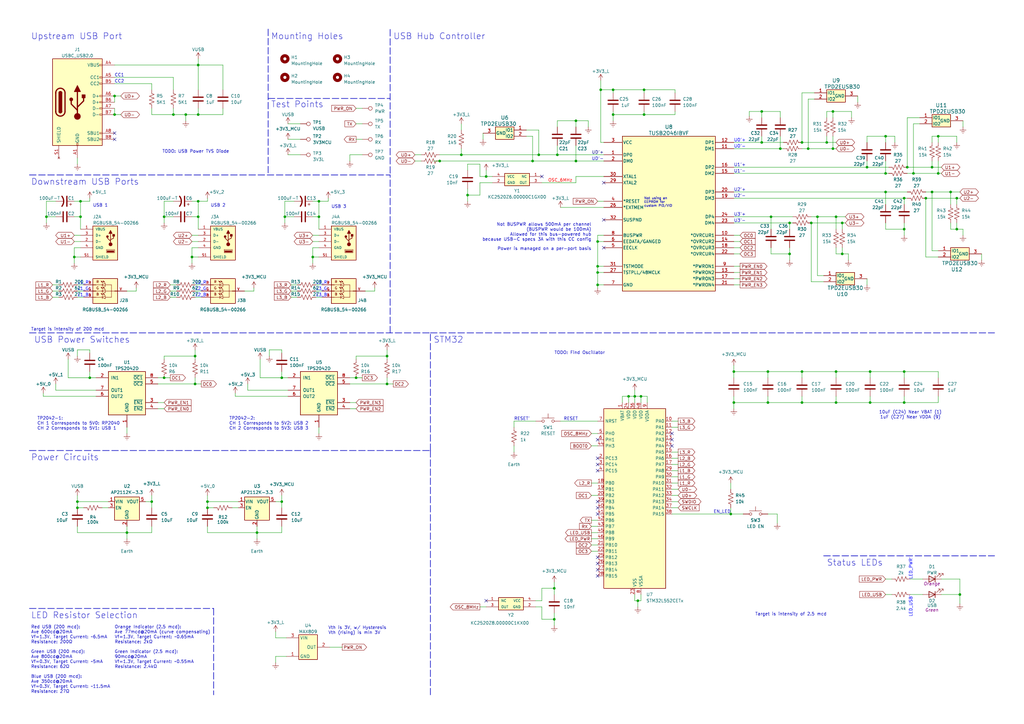
<source format=kicad_sch>
(kicad_sch (version 20250114) (generator "eeschema") (generator_version "9.0")
  (paper "A3")
  (text "USB 2\n" (at 86.36 85.09 0) (effects (font (size 1.27 1.27)) (justify left bottom)))
  (text "Not BUSPWR allows 500mA per channel\n(BUSPWR would be 100mA)\nAllowed for this bus-powered hub\nbecause USB-C specs 3A with this CC config" (at 242.57 99.06 0) (effects (font (size 1.27 1.27)) (justify right bottom)))
  (text "USB Hub Controller" (at 161.29 16.51 0) (effects (font (size 2.54 2.54)) (justify left bottom)))
  (text "LED Resistor Selection" (at 12.7 254 0) (effects (font (size 2.54 2.54)) (justify left bottom)))
  (text "Upstream USB Port" (at 12.7 16.51 0) (effects (font (size 2.54 2.54)) (justify left bottom)))
  (text "Target is intensity of 200 mcd" (at 12.7 135.89 0) (effects (font (size 1.27 1.27)) (justify left bottom)))
  (text "Vth is 3V, w/ Hysteresis\nVth (rising) is min 3V" (at 134.62 260.35 0) (effects (font (size 1.27 1.27)) (justify left bottom)))
  (text "STM32\n" (at 177.8 140.97 0) (effects (font (size 2.54 2.54)) (justify left bottom)))
  (text "TODO: USB Power TVS Diode" (at 80.264 62.23 0) (effects (font (size 1.27 1.27))))
  (text "Status LEDs" (at 339.09 232.41 0) (effects (font (size 2.54 2.54)) (justify left bottom)))
  (text "Blue USB (200 mcd):\nAve 350cd@20mA\nVf=0.3V, Target Current: ~11.5mA\nResistance: 27Ω" (at 12.7 284.48 0) (effects (font (size 1.27 1.27)) (justify left bottom)))
  (text "Orange Indicator (2.5 mcd):\nAve 77mcd@20mA (curve compensating)\nVf=1.3V, Target Current: ~0.65mA\nResistance: 2kΩ" (at 46.99 264.16 0) (effects (font (size 1.27 1.27)) (justify left bottom)))
  (text "USB Power Switches" (at 13.97 140.97 0) (effects (font (size 2.54 2.54)) (justify left bottom)))
  (text "TP2042-2:\nCH 1 Corresponds to 5V2: USB 2\nCH 2 Corresponds to 5V3: USB 3" (at 93.98 176.53 0) (effects (font (size 1.27 1.27)) (justify left bottom)))
  (text "Downstream USB Ports" (at 12.7 76.2 0) (effects (font (size 2.54 2.54)) (justify left bottom)))
  (text "Not using an\nEEPROM for \ncustom PID/VID" (at 264.16 85.09 0) (effects (font (size 0.95 0.95)) (justify left bottom)))
  (text "TP2042-1:\nCH 1 Corresponds to 5V0: RP2040\nCH 2 Corresponds to 5V1: USB 1" (at 15.24 176.53 0) (effects (font (size 1.27 1.27)) (justify left bottom)))
  (text "Green USB (200 mcd):\nAve 800cd@20mA\nVf=0.3V, Target Current: ~5mA\nResistance: 62Ω" (at 12.7 274.32 0) (effects (font (size 1.27 1.27)) (justify left bottom)))
  (text "USB 3\n\n" (at 135.89 87.63 0) (effects (font (size 1.27 1.27)) (justify left bottom)))
  (text "USB 1" (at 38.1 85.09 0) (effects (font (size 1.27 1.27)) (justify left bottom)))
  (text "TODO: Find Oscillator" (at 237.744 144.78 0) (effects (font (size 1.27 1.27))))
  (text "10uF (C24) Near VBAT (1)\n1uF (C27) Near VDDA (9)" (at 373.38 170.18 0) (effects (font (size 1.27 1.27))))
  (text "Test Points" (at 111.125 44.45 0) (effects (font (size 2.54 2.54)) (justify left bottom)))
  (text "Target is intensity of 2.5 mcd" (at 339.09 252.73 0) (effects (font (size 1.27 1.27)) (justify right bottom)))
  (text "Mounting Holes" (at 111.125 16.51 0) (effects (font (size 2.54 2.54)) (justify left bottom)))
  (text "Power Circuits" (at 12.7 189.23 0) (effects (font (size 2.54 2.54)) (justify left bottom)))
  (text "Green Indicator (2.5 mcd):\n90mcd@20mA\nVf=1.3V, Target Current: ~0.55mA\nResistance: 2.4kΩ" (at 46.99 274.32 0) (effects (font (size 1.27 1.27)) (justify left bottom)))
  (text "Power is managed on a per-port basis" (at 242.57 102.87 0) (effects (font (size 1.27 1.27)) (justify right bottom)))
  (text "Red USB (200 mcd):\nAve 600cd@20mA\nVf=1.3V, Target Current: ~6.5mA\nResistance: 200Ω\n" (at 12.7 264.16 0) (effects (font (size 1.27 1.27)) (justify left bottom)))
  (junction (at 370.84 93.98))
  (junction (at 393.7 243.84))
  (junction (at 81.28 82.55))
  (junction (at 245.11 111.76))
  (junction (at 105.41 218.44))
  (junction (at 236.22 49.53))
  (junction (at 300.99 165.1))
  (junction (at 382.27 68.58))
  (junction (at 245.11 99.06))
  (junction (at 342.9 165.1))
  (junction (at 67.31 154.94))
  (junction (at 372.11 68.58))
  (junction (at 392.43 93.98))
  (junction (at 71.12 46.99))
  (junction (at 116.84 88.9))
  (junction (at 363.22 55.88))
  (junction (at 260.35 162.56))
  (junction (at 339.09 58.42))
  (junction (at 36.83 154.94))
  (junction (at 245.11 109.22))
  (junction (at 332.74 91.44))
  (junction (at 33.02 88.9))
  (junction (at 312.42 45.72))
  (junction (at 218.44 66.04))
  (junction (at 128.27 105.41))
  (junction (at 356.87 152.4))
  (junction (at 81.28 46.99))
  (junction (at 227.33 254))
  (junction (at 323.85 104.14))
  (junction (at 236.22 66.04))
  (junction (at 320.04 60.96))
  (junction (at 189.23 63.5))
  (junction (at 370.84 165.1))
  (junction (at 85.09 208.28))
  (junction (at 384.81 71.12))
  (junction (at 312.42 58.42))
  (junction (at 251.46 36.83))
  (junction (at 78.74 105.41))
  (junction (at 257.81 162.56))
  (junction (at 345.44 91.44))
  (junction (at 191.77 80.01))
  (junction (at 62.23 205.74))
  (junction (at 115.57 205.74))
  (junction (at 314.96 152.4))
  (junction (at 76.2 46.99))
  (junction (at 370.84 81.28))
  (junction (at 374.65 71.12))
  (junction (at 342.9 88.9))
  (junction (at 67.31 88.9))
  (junction (at 323.85 91.44))
  (junction (at 328.93 165.1))
  (junction (at 227.33 241.3))
  (junction (at 80.01 157.48))
  (junction (at 80.01 146.05))
  (junction (at 30.48 105.41))
  (junction (at 158.75 157.48))
  (junction (at 382.27 78.74))
  (junction (at 228.6 63.5))
  (junction (at 52.07 218.44))
  (junction (at 251.46 46.99))
  (junction (at 328.93 58.42))
  (junction (at 261.62 246.38))
  (junction (at 363.22 71.12))
  (junction (at 31.75 208.28))
  (junction (at 31.75 205.74))
  (junction (at 245.11 116.84))
  (junction (at 335.28 88.9))
  (junction (at 264.16 36.83))
  (junction (at 316.23 88.9))
  (junction (at 130.81 82.55))
  (junction (at 341.63 60.96))
  (junction (at 85.09 205.74))
  (junction (at 199.39 72.39))
  (junction (at 300.99 152.4))
  (junction (at 19.05 88.9))
  (junction (at 246.38 36.83))
  (junction (at 379.73 81.28))
  (junction (at 356.87 165.1))
  (junction (at 46.99 46.99))
  (junction (at 146.05 154.94))
  (junction (at 392.43 81.28))
  (junction (at 363.22 78.74))
  (junction (at 81.28 26.67))
  (junction (at 115.57 154.94))
  (junction (at 331.47 60.96))
  (junction (at 33.02 82.55))
  (junction (at 158.75 146.05))
  (junction (at 328.93 152.4))
  (junction (at 345.44 104.14))
  (junction (at 220.98 63.5))
  (junction (at 342.9 152.4))
  (junction (at 180.34 66.04))
  (junction (at 262.89 162.56))
  (junction (at 341.63 45.72))
  (junction (at 81.28 88.9))
  (junction (at 299.72 210.82))
  (junction (at 389.89 78.74))
  (junction (at 370.84 152.4))
  (junction (at 264.16 46.99))
  (junction (at 130.81 88.9))
  (junction (at 355.6 68.58))
  (junction (at 384.81 55.88))
  (junction (at 46.99 39.37))
  (junction (at 314.96 165.1))
  (no_connect (at 245.11 236.22))
  (no_connect (at 46.99 57.15))
  (no_connect (at 46.99 54.61))
  (no_connect (at 245.11 190.5))
  (no_connect (at 245.11 210.82))
  (no_connect (at 245.11 205.74))
  (no_connect (at 245.11 180.34))
  (no_connect (at 275.59 180.34))
  (no_connect (at 199.39 246.38))
  (no_connect (at 245.11 228.6))
  (no_connect (at 245.11 231.14))
  (no_connect (at 245.11 187.96))
  (no_connect (at 247.65 74.93))
  (no_connect (at 275.59 177.8))
  (no_connect (at 247.65 101.6))
  (no_connect (at 245.11 233.68))
  (no_connect (at 245.11 208.28))
  (no_connect (at 275.59 182.88))
  (no_connect (at 245.11 193.04))
  (no_connect (at 222.25 72.39))
  (no_connect (at 247.65 90.17))
  (wire (pts (xy 278.13 190.5) (xy 275.59 190.5)))
  (wire (pts (xy 299.72 210.82) (xy 304.8 210.82)))
  (wire (pts (xy 392.43 55.88) (xy 392.43 58.42)))
  (wire (pts (xy 276.86 36.83) (xy 276.86 38.1)))
  (wire (pts (xy 342.9 88.9) (xy 346.71 88.9)))
  (wire (pts (xy 148.59 50.8) (xy 146.05 50.8)))
  (wire (pts (xy 402.59 106.68) (xy 402.59 104.14)))
  (wire (pts (xy 62.23 205.74) (xy 62.23 208.28)))
  (wire (pts (xy 389.89 78.74) (xy 389.89 83.82)))
  (wire (pts (xy 334.01 40.64) (xy 331.47 40.64)))
  (wire (pts (xy 339.09 58.42) (xy 342.9 58.42)))
  (polyline (pts (xy 12.065 136.525) (xy 176.53 136.525)) (stroke (width 0.25) (type dash)))
  (wire (pts (xy 19.05 82.55) (xy 22.86 82.55)))
  (wire (pts (xy 384.81 71.12) (xy 386.08 71.12)))
  (wire (pts (xy 300.99 58.42) (xy 312.42 58.42)))
  (wire (pts (xy 180.34 66.04) (xy 218.44 66.04)))
  (wire (pts (xy 246.38 36.83) (xy 246.38 58.42)))
  (wire (pts (xy 370.84 81.28) (xy 372.11 81.28)))
  (wire (pts (xy 196.85 248.92) (xy 199.39 248.92)))
  (wire (pts (xy 78.74 105.41) (xy 81.28 105.41)))
  (wire (pts (xy 300.99 96.52) (xy 303.53 96.52)))
  (wire (pts (xy 314.96 210.82) (xy 318.77 210.82)))
  (wire (pts (xy 245.11 111.76) (xy 247.65 111.76)))
  (wire (pts (xy 394.97 93.98) (xy 394.97 96.52)))
  (wire (pts (xy 113.03 261.62) (xy 113.03 259.08)))
  (polyline (pts (xy 160.02 136.525) (xy 160.02 71.755)) (stroke (width 0.25) (type dash)))
  (wire (pts (xy 236.22 72.39) (xy 247.65 72.39)))
  (wire (pts (xy 278.13 172.72) (xy 275.59 172.72)))
  (wire (pts (xy 246.38 58.42) (xy 247.65 58.42)))
  (wire (pts (xy 262.89 165.1) (xy 262.89 162.56)))
  (wire (pts (xy 278.13 185.42) (xy 275.59 185.42)))
  (wire (pts (xy 363.22 93.98) (xy 363.22 91.44)))
  (wire (pts (xy 300.99 71.12) (xy 363.22 71.12)))
  (wire (pts (xy 241.3 52.07) (xy 241.3 49.53)))
  (wire (pts (xy 242.57 203.2) (xy 245.11 203.2)))
  (polyline (pts (xy 109.982 11.938) (xy 109.982 71.628)) (stroke (width 0.25) (type dash)))
  (wire (pts (xy 251.46 36.83) (xy 264.16 36.83)))
  (wire (pts (xy 355.6 55.88) (xy 355.6 58.42)))
  (wire (pts (xy 323.85 91.44) (xy 325.12 91.44)))
  (wire (pts (xy 265.43 165.1) (xy 265.43 162.56)))
  (wire (pts (xy 382.27 78.74) (xy 389.89 78.74)))
  (wire (pts (xy 300.99 149.86) (xy 300.99 152.4)))
  (wire (pts (xy 363.22 55.88) (xy 367.03 55.88)))
  (wire (pts (xy 246.38 36.83) (xy 251.46 36.83)))
  (wire (pts (xy 335.28 88.9) (xy 342.9 88.9)))
  (wire (pts (xy 257.81 162.56) (xy 260.35 162.56)))
  (wire (pts (xy 370.84 96.52) (xy 370.84 93.98)))
  (wire (pts (xy 328.93 162.56) (xy 328.93 165.1)))
  (wire (pts (xy 177.8 66.04) (xy 180.34 66.04)))
  (wire (pts (xy 303.53 114.3) (xy 300.99 114.3)))
  (wire (pts (xy 67.31 154.94) (xy 64.77 154.94)))
  (wire (pts (xy 300.99 162.56) (xy 300.99 165.1)))
  (wire (pts (xy 96.52 162.56) (xy 96.52 161.29)))
  (wire (pts (xy 328.93 165.1) (xy 342.9 165.1)))
  (wire (pts (xy 85.09 205.74) (xy 97.79 205.74)))
  (wire (pts (xy 62.23 218.44) (xy 52.07 218.44)))
  (wire (pts (xy 229.87 85.09) (xy 247.65 85.09)))
  (wire (pts (xy 227.33 243.84) (xy 227.33 241.3)))
  (wire (pts (xy 52.07 218.44) (xy 52.07 220.98)))
  (wire (pts (xy 158.75 157.48) (xy 158.75 154.94)))
  (wire (pts (xy 382.27 66.04) (xy 382.27 68.58)))
  (wire (pts (xy 228.6 63.5) (xy 247.65 63.5)))
  (wire (pts (xy 342.9 162.56) (xy 342.9 165.1)))
  (polyline (pts (xy 109.982 40.386) (xy 160.02 40.386)) (stroke (width 0.25) (type dash)))
  (wire (pts (xy 46.99 31.75) (xy 71.12 31.75)))
  (wire (pts (xy 196.85 74.93) (xy 196.85 80.01)))
  (wire (pts (xy 67.31 165.1) (xy 64.77 165.1)))
  (wire (pts (xy 115.57 205.74) (xy 115.57 208.28)))
  (wire (pts (xy 81.28 44.45) (xy 81.28 46.99)))
  (wire (pts (xy 300.99 81.28) (xy 370.84 81.28)))
  (wire (pts (xy 130.81 177.8) (xy 130.81 175.26)))
  (wire (pts (xy 21.59 116.84) (xy 24.13 116.84)))
  (wire (pts (xy 384.81 154.94) (xy 384.81 152.4)))
  (wire (pts (xy 255.27 162.56) (xy 257.81 162.56)))
  (wire (pts (xy 275.59 175.26) (xy 278.13 175.26)))
  (wire (pts (xy 31.75 203.2) (xy 31.75 205.74)))
  (wire (pts (xy 377.19 48.26) (xy 372.11 48.26)))
  (wire (pts (xy 303.53 109.22) (xy 300.99 109.22)))
  (wire (pts (xy 222.25 246.38) (xy 219.71 246.38)))
  (wire (pts (xy 17.78 162.56) (xy 17.78 161.29)))
  (polyline (pts (xy 176.53 136.525) (xy 337.82 136.525)) (stroke (width 0.25) (type dash)))
  (wire (pts (xy 372.11 68.58) (xy 372.11 48.26)))
  (wire (pts (xy 71.12 44.45) (xy 71.12 46.99)))
  (wire (pts (xy 81.28 99.06) (xy 78.74 99.06)))
  (wire (pts (xy 85.09 81.28) (xy 85.09 82.55)))
  (wire (pts (xy 255.27 165.1) (xy 255.27 162.56)))
  (wire (pts (xy 386.08 243.84) (xy 393.7 243.84)))
  (wire (pts (xy 275.59 210.82) (xy 299.72 210.82)))
  (wire (pts (xy 236.22 59.69) (xy 236.22 66.04)))
  (wire (pts (xy 199.39 72.39) (xy 201.93 72.39)))
  (wire (pts (xy 31.75 215.9) (xy 31.75 218.44)))
  (wire (pts (xy 22.86 160.02) (xy 22.86 157.48)))
  (wire (pts (xy 260.35 243.84) (xy 260.35 246.38)))
  (wire (pts (xy 110.49 143.51) (xy 115.57 143.51)))
  (wire (pts (xy 71.12 88.9) (xy 67.31 88.9)))
  (wire (pts (xy 342.9 165.1) (xy 356.87 165.1)))
  (wire (pts (xy 146.05 167.64) (xy 143.51 167.64)))
  (wire (pts (xy 67.31 167.64) (xy 64.77 167.64)))
  (wire (pts (xy 370.84 165.1) (xy 384.81 165.1)))
  (wire (pts (xy 260.35 246.38) (xy 261.62 246.38)))
  (wire (pts (xy 130.81 82.55) (xy 130.81 88.9)))
  (wire (pts (xy 196.85 80.01) (xy 191.77 80.01)))
  (wire (pts (xy 31.75 121.92) (xy 34.29 121.92)))
  (wire (pts (xy 379.73 78.74) (xy 382.27 78.74)))
  (wire (pts (xy 180.34 63.5) (xy 189.23 63.5)))
  (wire (pts (xy 153.67 119.38) (xy 149.86 119.38)))
  (wire (pts (xy 300.99 60.96) (xy 320.04 60.96)))
  (wire (pts (xy 146.05 146.05) (xy 146.05 147.32)))
  (wire (pts (xy 62.23 44.45) (xy 62.23 46.99)))
  (wire (pts (xy 110.49 146.05) (xy 110.49 143.51)))
  (wire (pts (xy 143.51 63.5) (xy 143.51 66.04)))
  (wire (pts (xy 220.98 63.5) (xy 228.6 63.5)))
  (wire (pts (xy 81.28 101.6) (xy 78.74 101.6)))
  (wire (pts (xy 264.16 46.99) (xy 276.86 46.99)))
  (wire (pts (xy 251.46 45.72) (xy 251.46 46.99)))
  (wire (pts (xy 260.35 165.1) (xy 260.35 162.56)))
  (wire (pts (xy 363.22 71.12) (xy 364.49 71.12)))
  (wire (pts (xy 278.13 193.04) (xy 275.59 193.04)))
  (wire (pts (xy 134.62 81.28) (xy 134.62 82.55)))
  (wire (pts (xy 118.11 57.15) (xy 123.19 57.15)))
  (wire (pts (xy 191.77 80.01) (xy 191.77 77.47)))
  (wire (pts (xy 261.62 246.38) (xy 262.89 246.38)))
  (wire (pts (xy 95.25 208.28) (xy 97.79 208.28)))
  (wire (pts (xy 328.93 58.42) (xy 339.09 58.42)))
  (wire (pts (xy 373.38 243.84) (xy 378.46 243.84)))
  (wire (pts (xy 143.51 63.5) (xy 148.59 63.5)))
  (wire (pts (xy 21.59 121.92) (xy 24.13 121.92)))
  (wire (pts (xy 116.84 88.9) (xy 116.84 82.55)))
  (wire (pts (xy 85.09 218.44) (xy 105.41 218.44)))
  (wire (pts (xy 342.9 88.9) (xy 342.9 93.98)))
  (wire (pts (xy 382.27 68.58) (xy 386.08 68.58)))
  (wire (pts (xy 49.53 39.37) (xy 46.99 39.37)))
  (wire (pts (xy 349.25 45.72) (xy 349.25 48.26)))
  (wire (pts (xy 22.86 160.02) (xy 39.37 160.02)))
  (wire (pts (xy 67.31 82.55) (xy 71.12 82.55)))
  (wire (pts (xy 198.12 54.61) (xy 198.12 57.15)))
  (wire (pts (xy 69.85 154.94) (xy 67.31 154.94)))
  (wire (pts (xy 106.68 147.32) (xy 106.68 154.94)))
  (polyline (pts (xy 337.82 136.525) (xy 407.924 136.525)) (stroke (width 0.25) (type dash)))
  (wire (pts (xy 22.86 88.9) (xy 19.05 88.9)))
  (wire (pts (xy 31.75 116.84) (xy 34.29 116.84)))
  (wire (pts (xy 222.25 248.92) (xy 219.71 248.92)))
  (wire (pts (xy 316.23 88.9) (xy 316.23 93.98)))
  (wire (pts (xy 33.02 101.6) (xy 30.48 101.6)))
  (wire (pts (xy 370.84 152.4) (xy 384.81 152.4)))
  (wire (pts (xy 130.81 88.9) (xy 128.27 88.9)))
  (wire (pts (xy 27.94 154.94) (xy 36.83 154.94)))
  (wire (pts (xy 242.57 226.06) (xy 245.11 226.06)))
  (wire (pts (xy 300.99 165.1) (xy 314.96 165.1)))
  (wire (pts (xy 341.63 55.88) (xy 341.63 60.96)))
  (wire (pts (xy 264.16 36.83) (xy 276.86 36.83)))
  (wire (pts (xy 31.75 208.28) (xy 34.29 208.28)))
  (polyline (pts (xy 12.065 71.755) (xy 160.02 71.755)) (stroke (width 0.25) (type dash)))
  (wire (pts (xy 78.74 107.95) (xy 78.74 105.41)))
  (wire (pts (xy 191.77 69.85) (xy 191.77 67.31)))
  (wire (pts (xy 257.81 165.1) (xy 257.81 162.56)))
  (wire (pts (xy 119.38 116.84) (xy 121.92 116.84)))
  (wire (pts (xy 196.85 74.93) (xy 201.93 74.93)))
  (wire (pts (xy 355.6 55.88) (xy 363.22 55.88)))
  (wire (pts (xy 85.09 203.2) (xy 85.09 205.74)))
  (wire (pts (xy 318.77 210.82) (xy 318.77 214.63)))
  (wire (pts (xy 347.98 104.14) (xy 347.98 106.68)))
  (wire (pts (xy 382.27 78.74) (xy 382.27 102.87)))
  (wire (pts (xy 300.99 99.06) (xy 303.53 99.06)))
  (wire (pts (xy 27.94 147.32) (xy 27.94 154.94)))
  (wire (pts (xy 80.01 157.48) (xy 80.01 154.94)))
  (wire (pts (xy 222.25 241.3) (xy 222.25 246.38)))
  (wire (pts (xy 300.99 154.94) (xy 300.99 152.4)))
  (wire (pts (xy 278.13 195.58) (xy 275.59 195.58)))
  (wire (pts (xy 170.18 66.04) (xy 172.72 66.04)))
  (wire (pts (xy 17.78 162.56) (xy 39.37 162.56)))
  (wire (pts (xy 210.82 172.72) (xy 219.71 172.72)))
  (wire (pts (xy 55.88 118.11) (xy 55.88 119.38)))
  (wire (pts (xy 332.74 91.44) (xy 332.74 115.57)))
  (wire (pts (xy 229.87 172.72) (xy 245.11 172.72)))
  (wire (pts (xy 46.99 26.67) (xy 81.28 26.67)))
  (wire (pts (xy 314.96 162.56) (xy 314.96 165.1)))
  (wire (pts (xy 323.85 106.68) (xy 323.85 104.14)))
  (wire (pts (xy 49.53 46.99) (xy 46.99 46.99)))
  (wire (pts (xy 228.6 49.53) (xy 236.22 49.53)))
  (wire (pts (xy 140.335 265.43) (xy 135.255 265.43)))
  (wire (pts (xy 328.93 58.42) (xy 328.93 38.1)))
  (wire (pts (xy 33.02 88.9) (xy 30.48 88.9)))
  (wire (pts (xy 189.23 60.96) (xy 189.23 63.5)))
  (wire (pts (xy 222.25 74.93) (xy 236.22 74.93)))
  (wire (pts (xy 215.9 55.88) (xy 218.44 55.88)))
  (wire (pts (xy 341.63 45.72) (xy 349.25 45.72)))
  (wire (pts (xy 76.2 46.99) (xy 76.2 49.53)))
  (wire (pts (xy 392.43 81.28) (xy 392.43 83.82)))
  (wire (pts (xy 91.44 46.99) (xy 91.44 44.45)))
  (wire (pts (xy 384.81 102.87) (xy 382.27 102.87)))
  (wire (pts (xy 71.12 31.75) (xy 71.12 36.83)))
  (wire (pts (xy 80.01 116.84) (xy 82.55 116.84)))
  (wire (pts (xy 78.74 101.6) (xy 78.74 105.41)))
  (wire (pts (xy 146.05 57.15) (xy 148.59 57.15)))
  (wire (pts (xy 394.97 52.07) (xy 394.97 49.53)))
  (polyline (pts (xy 12.065 249.555) (xy 87.63 249.555)) (stroke (width 0.25) (type dash)))
  (wire (pts (xy 356.87 152.4) (xy 370.84 152.4)))
  (wire (pts (xy 242.57 182.88) (xy 245.11 182.88)))
  (wire (pts (xy 120.65 88.9) (xy 116.84 88.9)))
  (wire (pts (xy 158.75 143.51) (xy 158.75 146.05)))
  (wire (pts (xy 67.31 91.44) (xy 67.31 88.9)))
  (wire (pts (xy 247.65 96.52) (xy 245.11 96.52)))
  (wire (pts (xy 323.85 91.44) (xy 323.85 93.98)))
  (wire (pts (xy 392.43 93.98) (xy 394.97 93.98)))
  (wire (pts (xy 228.6 59.69) (xy 228.6 63.5)))
  (wire (pts (xy 245.11 99.06) (xy 245.11 109.22)))
  (wire (pts (xy 242.57 198.12) (xy 245.11 198.12)))
  (wire (pts (xy 236.22 49.53) (xy 236.22 52.07)))
  (wire (pts (xy 307.34 45.72) (xy 307.34 47.625)))
  (wire (pts (xy 337.82 115.57) (xy 332.74 115.57)))
  (wire (pts (xy 199.39 69.85) (xy 199.39 72.39)))
  (wire (pts (xy 370.84 93.98) (xy 363.22 93.98)))
  (wire (pts (xy 251.46 46.99) (xy 251.46 49.53)))
  (wire (pts (xy 356.87 165.1) (xy 370.84 165.1)))
  (wire (pts (xy 67.31 88.9) (xy 67.31 82.55)))
  (wire (pts (xy 227.33 254) (xy 227.33 251.46)))
  (wire (pts (xy 245.11 111.76) (xy 245.11 116.84)))
  (wire (pts (xy 316.23 104.14) (xy 316.23 101.6)))
  (wire (pts (xy 262.89 162.56) (xy 265.43 162.56)))
  (wire (pts (xy 222.25 248.92) (xy 222.25 254)))
  (wire (pts (xy 101.6 160.02) (xy 118.11 160.02)))
  (wire (pts (xy 278.13 200.66) (xy 275.59 200.66)))
  (wire (pts (xy 392.43 93.98) (xy 392.43 91.44)))
  (wire (pts (xy 339.09 45.72) (xy 339.09 48.26)))
  (wire (pts (xy 62.23 34.29) (xy 46.99 34.29)))
  (wire (pts (xy 130.81 101.6) (xy 128.27 101.6)))
  (wire (pts (xy 46.99 46.99) (xy 46.99 44.45)))
  (wire (pts (xy 342.9 152.4) (xy 356.87 152.4)))
  (wire (pts (xy 370.84 162.56) (xy 370.84 165.1)))
  (wire (pts (xy 81.28 88.9) (xy 78.74 88.9)))
  (wire (pts (xy 67.31 146.05) (xy 67.31 147.32)))
  (wire (pts (xy 19.05 91.44) (xy 19.05 88.9)))
  (wire (pts (xy 31.75 205.74) (xy 44.45 205.74)))
  (wire (pts (xy 101.6 160.02) (xy 101.6 157.48)))
  (wire (pts (xy 81.28 46.99) (xy 91.44 46.99)))
  (wire (pts (xy 62.23 215.9) (xy 62.23 218.44)))
  (wire (pts (xy 153.67 118.11) (xy 153.67 119.38)))
  (wire (pts (xy 373.38 237.49) (xy 378.46 237.49)))
  (wire (pts (xy 128.27 105.41) (xy 130.81 105.41)))
  (wire (pts (xy 374.65 71.12) (xy 374.65 50.8)))
  (wire (pts (xy 64.77 157.48) (xy 80.01 157.48)))
  (wire (pts (xy 210.82 182.88) (xy 210.82 185.42)))
  (wire (pts (xy 242.57 218.44) (xy 245.11 218.44)))
  (wire (pts (xy 189.23 50.8) (xy 189.23 53.34)))
  (wire (pts (xy 251.46 38.1) (xy 251.46 36.83)))
  (wire (pts (xy 104.14 118.11) (xy 104.14 119.38)))
  (wire (pts (xy 30.48 101.6) (xy 30.48 105.41)))
  (wire (pts (xy 312.42 45.72) (xy 320.04 45.72)))
  (wire (pts (xy 143.51 157.48) (xy 158.75 157.48)))
  (wire (pts (xy 312.42 58.42) (xy 321.31 58.42)))
  (wire (pts (xy 41.91 208.28) (xy 44.45 208.28)))
  (wire (pts (xy 332.74 88.9) (xy 335.28 88.9)))
  (wire (pts (xy 328.93 60.96) (xy 331.47 60.96)))
  (wire (pts (xy 46.99 39.37) (xy 46.99 41.91)))
  (wire (pts (xy 85.09 205.74) (xy 85.09 208.28)))
  (polyline (pts (xy 176.53 184.785) (xy 176.53 136.525)) (stroke (width 0.25) (type dash)))
  (wire (pts (xy 386.08 237.49) (xy 393.7 237.49)))
  (wire (pts (xy 91.44 36.83) (xy 91.44 26.67)))
  (wire (pts (xy 341.63 45.72) (xy 339.09 45.72)))
  (wire (pts (xy 307.34 45.72) (xy 312.42 45.72)))
  (wire (pts (xy 115.57 218.44) (xy 105.41 218.44)))
  (wire (pts (xy 115.57 203.2) (xy 115.57 205.74)))
  (wire (pts (xy 314.96 154.94) (xy 314.96 152.4)))
  (wire (pts (xy 59.69 205.74) (xy 62.23 205.74)))
  (wire (pts (xy 134.62 82.55) (xy 130.81 82.55)))
  (wire (pts (xy 81.28 96.52) (xy 78.74 96.52)))
  (wire (pts (xy 80.01 121.92) (xy 82.55 121.92)))
  (wire (pts (xy 251.46 46.99) (xy 264.16 46.99)))
  (wire (pts (xy 36.83 81.28) (xy 36.83 82.55)))
  (wire (pts (xy 245.11 109.22) (xy 245.11 111.76)))
  (wire (pts (xy 314.96 152.4) (xy 328.93 152.4)))
  (wire (pts (xy 332.74 91.44) (xy 345.44 91.44)))
  (wire (pts (xy 245.11 82.55) (xy 247.65 82.55)))
  (wire (pts (xy 113.03 269.24) (xy 117.475 269.24)))
  (wire (pts (xy 158.75 146.05) (xy 158.75 147.32)))
  (wire (pts (xy 384.81 55.88) (xy 382.27 55.88)))
  (wire (pts (xy 320.04 55.88) (xy 320.04 60.96)))
  (wire (pts (xy 370.84 81.28) (xy 370.84 83.82)))
  (wire (pts (xy 19.05 88.9) (xy 19.05 82.55)))
  (wire (pts (xy 342.9 104.14) (xy 342.9 101.6)))
  (wire (pts (xy 278.13 187.96) (xy 275.59 187.96)))
  (wire (pts (xy 220.98 53.34) (xy 220.98 63.5)))
  (wire (pts (xy 379.73 81.28) (xy 392.43 81.28)))
  (wire (pts (xy 116.84 82.55) (xy 120.65 82.55)))
  (wire (pts (xy 379.73 81.28) (xy 379.73 105.41)))
  (wire (pts (xy 300.99 91.44) (xy 323.85 91.44)))
  (wire (pts (xy 31.75 64.77) (xy 31.75 67.31)))
  (wire (pts (xy 130.81 96.52) (xy 128.27 96.52)))
  (wire (pts (xy 81.28 82.55) (xy 81.28 88.9)))
  (wire (pts (xy 104.14 119.38) (xy 100.33 119.38)))
  (wire (pts (xy 345.44 104.14) (xy 345.44 101.6)))
  (wire (pts (xy 115.57 152.4) (xy 115.57 154.94)))
  (wire (pts (xy 52.07 215.9) (xy 52.07 218.44)))
  (wire (pts (xy 356.87 154.94) (xy 356.87 152.4)))
  (wire (pts (xy 76.2 46.99) (xy 81.28 46.99)))
  (wire (pts (xy 276.86 46.99) (xy 276.86 45.72)))
  (polyline (pts (xy 337.82 227.965) (xy 407.924 227.965)) (stroke (width 0.25) (type dash)))
  (wire (pts (xy 158.75 146.05) (xy 146.05 146.05)))
  (wire (pts (xy 312.42 45.72) (xy 312.42 48.26)))
  (wire (pts (xy 80.01 146.05) (xy 67.31 146.05)))
  (wire (pts (xy 370.84 154.94) (xy 370.84 152.4)))
  (wire (pts (xy 115.57 215.9) (xy 115.57 218.44)))
  (wire (pts (xy 222.25 254) (xy 227.33 254)))
  (wire (pts (xy 363.22 237.49) (xy 365.76 237.49)))
  (wire (pts (xy 31.75 146.05) (xy 31.75 143.51)))
  (wire (pts (xy 130.81 88.9) (xy 130.81 93.98)))
  (wire (pts (xy 299.72 208.28) (xy 299.72 210.82)))
  (wire (pts (xy 146.05 44.45) (xy 148.59 44.45)))
  (wire (pts (xy 363.22 243.84) (xy 365.76 243.84)))
  (wire (pts (xy 384.81 162.56) (xy 384.81 165.1)))
  (wire (pts (xy 196.85 72.39) (xy 199.39 72.39)))
  (wire (pts (xy 345.44 91.44) (xy 346.71 91.44)))
  (wire (pts (xy 363.22 78.74) (xy 372.11 78.74)))
  (wire (pts (xy 82.55 157.48) (xy 80.01 157.48)))
  (wire (pts (xy 227.33 241.3) (xy 222.25 241.3)))
  (wire (pts (xy 363.22 78.74) (xy 363.22 83.82)))
  (wire (pts (xy 300.99 152.4) (xy 314.96 152.4)))
  (wire (pts (xy 331.47 60.96) (xy 341.63 60.96)))
  (wire (pts (xy 314.96 165.1) (xy 328.93 165.1)))
  (wire (pts (xy 128.27 107.95) (xy 128.27 105.41)))
  (wire (pts (xy 278.13 198.12) (xy 275.59 198.12)))
  (wire (pts (xy 393.7 237.49) (xy 393.7 243.84)))
  (wire (pts (xy 113.03 205.74) (xy 115.57 205.74)))
  (polyline (pts (xy 176.53 184.785) (xy 176.53 284.988)) (stroke (width 0.25) (type dash)))
  (wire (pts (xy 261.62 246.38) (xy 261.62 248.92)))
  (wire (pts (xy 191.77 67.31) (xy 196.85 67.31)))
  (wire (pts (xy 377.19 50.8) (xy 374.65 50.8)))
  (wire (pts (xy 241.3 49.53) (xy 236.22 49.53)))
  (wire (pts (xy 337.82 113.03) (xy 335.28 113.03)))
  (wire (pts (xy 275.59 208.28) (xy 278.13 208.28)))
  (wire (pts (xy 355.6 116.84) (xy 355.6 114.3)))
  (wire (pts (xy 299.72 200.66) (xy 299.72 198.12)))
  (wire (pts (xy 389.89 93.98) (xy 389.89 91.44)))
  (wire (pts (xy 334.01 38.1) (xy 328.93 38.1)))
  (wire (pts (xy 372.11 68.58) (xy 382.27 68.58)))
  (wire (pts (xy 80.01 119.38) (xy 82.55 119.38)))
  (wire (pts (xy 328.93 152.4) (xy 342.9 152.4)))
  (wire (pts (xy 384.81 105.41) (xy 379.73 105.41)))
  (wire (pts (xy 242.57 223.52) (xy 245.11 223.52)))
  (wire (pts (xy 242.57 215.9) (xy 245.11 215.9)))
  (wire (pts (xy 363.22 55.88) (xy 363.22 58.42)))
  (wire (pts (xy 119.38 121.92) (xy 121.92 121.92)))
  (wire (pts (xy 312.42 55.88) (xy 312.42 58.42)))
  (wire (pts (xy 33.02 96.52) (xy 30.48 96.52)))
  (wire (pts (xy 228.6 49.53) (xy 228.6 52.07)))
  (wire (pts (xy 242.57 220.98) (xy 245.11 220.98)))
  (wire (pts (xy 78.74 82.55) (xy 81.28 82.55)))
  (wire (pts (xy 106.68 154.94) (xy 115.57 154.94)))
  (wire (pts (xy 30.48 82.55) (xy 33.02 82.55)))
  (wire (pts (xy 323.85 104.14) (xy 316.23 104.14)))
  (wire (pts (xy 33.02 82.55) (xy 33.02 88.9)))
  (wire (pts (xy 215.9 53.34) (xy 220.98 53.34)))
  (wire (pts (xy 393.7 243.84) (xy 393.7 247.65)))
  (wire (pts (xy 218.44 55.88) (xy 218.44 66.04)))
  (wire (pts (xy 128.27 101.6) (xy 128.27 105.41)))
  (wire (pts (xy 389.89 78.74) (xy 393.7 78.74)))
  (wire (pts (xy 300.99 165.1) (xy 300.99 167.64)))
  (wire (pts (xy 80.01 143.51) (xy 80.01 146.05)))
  (wire (pts (xy 351.79 41.91) (xy 351.79 39.37)))
  (wire (pts (xy 31.75 119.38) (xy 34.29 119.38)))
  (wire (pts (xy 118.11 50.8) (xy 123.19 50.8)))
  (wire (pts (xy 300.99 88.9) (xy 316.23 88.9)))
  (wire (pts (xy 196.85 67.31) (xy 196.85 72.39)))
  (wire (pts (xy 320.04 45.72) (xy 320.04 48.26)))
  (wire (pts (xy 227.33 254) (xy 227.33 256.54)))
  (wire (pts (xy 245.11 213.36) (xy 242.57 213.36)))
  (wire (pts (xy 264.16 45.72) (xy 264.16 46.99)))
  (wire (pts (xy 118.11 63.5) (xy 123.19 63.5)))
  (wire (pts (xy 31.75 143.51) (xy 36.83 143.51)))
  (wire (pts (xy 119.38 119.38) (xy 121.92 119.38)))
  (wire (pts (xy 130.81 99.06) (xy 128.27 99.06)))
  (wire (pts (xy 148.59 154.94) (xy 146.05 154.94)))
  (wire (pts (xy 69.85 119.38) (xy 72.39 119.38)))
  (wire (pts (xy 300.99 104.14) (xy 303.53 104.14)))
  (wire (pts (xy 161.29 157.48) (xy 158.75 157.48)))
  (wire (pts (xy 116.84 91.44) (xy 116.84 88.9)))
  (wire (pts (xy 356.87 162.56) (xy 356.87 165.1)))
  (wire (pts (xy 81.28 88.9) (xy 81.28 93.98)))
  (wire (pts (xy 62.23 203.2) (xy 62.23 205.74)))
  (wire (pts (xy 129.54 121.92) (xy 132.08 121.92)))
  (wire (pts (xy 71.12 46.99) (xy 76.2 46.99)))
  (wire (pts (xy 363.22 66.04) (xy 363.22 71.12)))
  (wire (pts (xy 31.75 205.74) (xy 31.75 208.28)))
  (wire (pts (xy 367.03 55.88) (xy 367.03 58.42)))
  (wire (pts (xy 189.23 63.5) (xy 220.98 63.5)))
  (polyline (pts (xy 160.02 12.065) (xy 160.02 71.755)) (stroke (width 0.25) (type dash)))
  (wire (pts (xy 303.53 111.76) (xy 300.99 111.76)))
  (wire (pts (xy 80.01 146.05) (xy 80.01 147.32)))
  (wire (pts (xy 69.85 116.84) (xy 72.39 116.84)))
  (wire (pts (xy 384.81 55.88) (xy 392.43 55.88)))
  (wire (pts (xy 278.13 203.2) (xy 275.59 203.2)))
  (wire (pts (xy 339.09 55.88) (xy 339.09 58.42)))
  (wire (pts (xy 36.83 143.51) (xy 36.83 144.78)))
  (wire (pts (xy 345.44 104.14) (xy 347.98 104.14)))
  (wire (pts (xy 300.99 101.6) (xy 303.53 101.6)))
  (wire (pts (xy 191.77 80.01) (xy 191.77 82.55)))
  (wire (pts (xy 146.05 154.94) (xy 143.51 154.94)))
  (wire (pts (xy 275.59 205.74) (xy 278.13 205.74)))
  (wire (pts (xy 33.02 88.9) (xy 33.02 93.98)))
  (wire (pts (xy 236.22 66.04) (xy 247.65 66.04)))
  (wire (pts (xy 355.6 68.58) (xy 364.49 68.58)))
  (wire (pts (xy 218.44 66.04) (xy 236.22 66.04)))
  (wire (pts (xy 113.03 261.62) (xy 117.475 261.62)))
  (wire (pts (xy 210.82 172.72) (xy 210.82 175.26)))
  (wire (pts (xy 345.44 104.14) (xy 342.9 104.14)))
  (wire (pts (xy 384.81 55.88) (xy 384.81 58.42)))
  (wire (pts (xy 129.54 116.84) (xy 132.08 116.84)))
  (wire (pts (xy 55.88 119.38) (xy 52.07 119.38)))
  (wire (pts (xy 128.27 82.55) (xy 130.81 82.55)))
  (wire (pts (xy 262.89 246.38) (xy 262.89 243.84)))
  (wire (pts (xy 85.09 215.9) (xy 85.09 218.44)))
  (wire (pts (xy 341.63 60.96) (xy 342.9 60.96)))
  (wire (pts (xy 264.16 38.1) (xy 264.16 36.83)))
  (wire (pts (xy 355.6 66.04) (xy 355.6 68.58)))
  (wire (pts (xy 129.54 119.38) (xy 132.08 119.38)))
  (wire (pts (xy 382.27 55.88) (xy 382.27 58.42)))
  (wire (pts (xy 345.44 91.44) (xy 345.44 93.98)))
  (polyline (pts (xy 87.63 249.555) (xy 87.63 284.988)) (stroke (width 0.25) (type dash)))
  (wire (pts (xy 300.99 78.74) (xy 363.22 78.74)))
  (wire (pts (xy 96.52 162.56) (xy 118.11 162.56)))
  (wire (pts (xy 52.07 177.8) (xy 52.07 175.26)))
  (wire (pts (xy 21.59 119.38) (xy 24.13 119.38)))
  (wire (pts (xy 227.33 238.76) (xy 227.33 241.3)))
  (wire (pts (xy 85.09 208.28) (xy 87.63 208.28)))
  (wire (pts (xy 146.05 165.1) (xy 143.51 165.1)))
  (wire (pts (xy 33.02 105.41) (xy 30.48 105.41)))
  (wire (pts (xy 320.04 60.96) (xy 321.31 60.96)))
  (wire (pts (xy 31.75 218.44) (xy 52.07 218.44)))
  (wire (pts (xy 392.43 93.98) (xy 389.89 93.98)))
  (wire (pts (xy 245.11 116.84) (xy 245.11 118.11)))
  (wire (pts (xy 81.28 24.13) (xy 81.28 26.67)))
  (wire (pts (xy 342.9 154.94) (xy 342.9 152.4)))
  (wire (pts (xy 384.81 66.04) (xy 384.81 71.12)))
  (wire (pts (xy 245.11 99.06) (xy 247.65 99.06)))
  (wire (pts (xy 331.47 60.96) (xy 331.47 40.64)))
  (wire (pts (xy 392.43 81.28) (xy 393.7 81.28)))
  (wire (pts (xy 245.11 96.52) (xy 245.11 99.06)))
  (wire (pts (xy 39.37 154.94) (xy 36.83 154.94)))
  (wire (pts (xy 36.83 152.4) (xy 36.83 154.94)))
  (wire (pts (xy 81.28 26.67) (xy 81.28 36.83)))
  (wire (pts (xy 30.48 107.95) (xy 30.48 105.41)))
  (wire (pts (xy 245.11 109.22) (xy 247.65 109.22)))
  (wire (pts (xy 341.63 45.72) (xy 341.63 48.26)))
  (polyline (pts (xy 12.065 184.785) (xy 176.53 184.785)) (stroke (width 0.25) (type dash)))
  (wire (pts (xy 91.44 26.67) (xy 81.28 26.67)))
  (wire (pts (xy 33.02 99.06) (xy 30.48 99.06)))
  (wire (pts (xy 36.83 82.55) (xy 33.02 82.55)))
  (wire (pts (xy 246.38 33.02) (xy 246.38 36.83)))
  (wire (pts (xy 328.93 154.94) (xy 328.93 152.4)))
  (wire (pts (xy 115.57 154.94) (xy 118.11 154.94)))
  (wire (pts (xy 260.35 162.56) (xy 262.89 162.56)))
  (wire (pts (xy 316.23 88.9) (xy 325.12 88.9)))
  (wire (pts (xy 71.12 46.99) (xy 62.23 46.99)))
  (wire (pts (xy 260.35 160.02) (xy 260.35 162.56)))
  (wire (pts (xy 62.23 36.83) (xy 62.23 34.29)))
  (wire (pts (xy 105.41 218.44) (xy 105.41 220.98)))
  (wire (pts (xy 374.65 71.12) (xy 384.81 71.12)))
  (wire (pts (xy 115.57 143.51) (xy 115.57 144.78)))
  (wire (pts (xy 370.84 93.98) (xy 370.84 91.44)))
  (wire (pts (xy 245.11 116.84) (xy 247.65 116.84)))
  (wire (pts (xy 69.85 121.92) (xy 72.39 121.92)))
  (wire (pts (xy 300.99 68.58) (xy 355.6 68.58)))
  (wire (pts (xy 242.57 177.8) (xy 245.11 177.8)))
  (wire (pts (xy 323.85 104.14) (xy 323.85 101.6)))
  (wire (pts (xy 85.09 82.55) (xy 81.28 82.55)))
  (wire (pts (xy 105.41 215.9) (xy 105.41 218.44)))
  (wire (pts (xy 113.03 269.24) (xy 113.03 271.78)))
  (wire (pts (xy 335.28 88.9) (xy 335.28 113.03)))
  (wire (pts (xy 372.11 71.12) (xy 374.65 71.12)))
  (wire (pts (xy 236.22 74.93) (xy 236.22 72.39)))
  (wire (pts (xy 170.18 63.5) (xy 172.72 63.5)))
  (wire (pts (xy 303.53 116.84) (xy 300.99 116.84)))
  (label "U2'-" (at 300.99 81.28 0))
  (label "U1'+" (at 300.99 68.58 0))
  (label "RESET" (at 231.14 172.72 0))
  (label "L1_G'" (at 31.75 119.38 0))
  (label "U1'-" (at 300.99 71.12 0))
  (label "CC2" (at 46.99 34.29 0))
  (label "EN_LED" (at 299.72 210.82 180))
  (label "L1_R'" (at 31.75 116.84 0))
  (label "U3'+" (at 300.99 88.9 0))
  (label "L3_B'" (at 129.54 121.92 0))
  (label "LED_USB'" (at 374.65 243.84 270))
  (label "CC1" (at 46.99 31.75 0))
  (label "UD'+" (at 247.65 63.5 180))
  (label "OSC_6MHz" (at 224.79 74.93 0))
  (label "L2_G'" (at 80.01 119.38 0))
  (label "RESET'" (at 210.82 172.72 0))
  (label "L2_R'" (at 80.01 116.84 0))
  (label "L3_G'" (at 129.54 119.38 0))
  (label "LED_PWR'" (at 374.65 237.49 90))
  (label "L1_B'" (at 31.75 121.92 0))
  (label "L3_R'" (at 129.54 116.84 0))
  (label "U2'+" (at 300.99 78.74 0))
  (label "U0'+" (at 300.99 58.42 0))
  (label "U3'-" (at 300.99 91.44 0))
  (label "U0'-" (at 300.99 60.96 0))
  (label "L2_B'" (at 80.01 121.92 0))
  (label "UD'-" (at 247.65 66.04 180))
  (global_label "L1_R" (shape input) (at 21.59 116.84 180) (property "Intersheetrefs" "${INTERSHEET_REFS}" (effects (hide yes))))
  (global_label "LED_PWR" (shape input) (at 363.22 237.49 180) (property "Intersheetrefs" "${INTERSHEET_REFS}" (effects (hide yes))))
  (global_label "OSC_8MHz" (shape output) (at 196.85 248.92 180) (property "Intersheetrefs" "${INTERSHEET_REFS}" (effects (hide yes))))
  (global_label "OC2" (shape input) (at 303.53 101.6 0) (property "Intersheetrefs" "${INTERSHEET_REFS}" (effects (hide yes))))
  (global_label "UD-" (shape bidirectional) (at 49.53 46.99 0) (property "Intersheetrefs" "${INTERSHEET_REFS}" (effects (hide yes))))
  (global_label "RX" (shape output) (at 146.05 57.15 180) (property "Intersheetrefs" "${INTERSHEET_REFS}" (effects (hide yes))))
  (global_label "U2-" (shape bidirectional) (at 393.7 81.28 0) (property "Intersheetrefs" "${INTERSHEET_REFS}" (effects (hide yes))))
  (global_label "L3_B" (shape input) (at 119.38 121.92 180) (property "Intersheetrefs" "${INTERSHEET_REFS}" (effects (hide yes))))
  (global_label "LED_USB" (shape output) (at 242.57 218.44 180) (property "Intersheetrefs" "${INTERSHEET_REFS}" (effects (hide yes))))
  (global_label "U1+" (shape bidirectional) (at 30.48 96.52 180) (property "Intersheetrefs" "${INTERSHEET_REFS}" (effects (hide yes))))
  (global_label "L2_R" (shape output) (at 242.57 198.12 180) (property "Intersheetrefs" "${INTERSHEET_REFS}" (effects (hide yes))))
  (global_label "OC0" (shape output) (at 82.55 157.48 0) (property "Intersheetrefs" "${INTERSHEET_REFS}" (effects (hide yes))))
  (global_label "UD-" (shape bidirectional) (at 170.18 66.04 180) (property "Intersheetrefs" "${INTERSHEET_REFS}" (effects (hide yes))))
  (global_label "PWR_EN2" (shape input) (at 146.05 167.64 0) (property "Intersheetrefs" "${INTERSHEET_REFS}" (effects (hide yes))))
  (global_label "PWR_EN1" (shape output) (at 303.53 111.76 0) (property "Intersheetrefs" "${INTERSHEET_REFS}" (effects (hide yes))))
  (global_label "OC2" (shape output) (at 161.29 157.48 0) (property "Intersheetrefs" "${INTERSHEET_REFS}" (effects (hide yes))))
  (global_label "L1_G" (shape output) (at 278.13 195.58 0) (property "Intersheetrefs" "${INTERSHEET_REFS}" (effects (hide yes))))
  (global_label "U0+" (shape bidirectional) (at 278.13 203.2 0) (property "Intersheetrefs" "${INTERSHEET_REFS}" (effects (hide yes))))
  (global_label "U0+" (shape bidirectional) (at 342.9 58.42 0) (property "Intersheetrefs" "${INTERSHEET_REFS}" (effects (hide yes))))
  (global_label "OC1" (shape input) (at 303.53 99.06 0) (property "Intersheetrefs" "${INTERSHEET_REFS}" (effects (hide yes))))
  (global_label "L2_B" (shape output) (at 278.13 187.96 0) (property "Intersheetrefs" "${INTERSHEET_REFS}" (effects (hide yes))))
  (global_label "TX" (shape input) (at 146.05 50.8 180) (property "Intersheetrefs" "${INTERSHEET_REFS}" (effects (hide yes))))
  (global_label "TX" (shape output) (at 242.57 213.36 180) (property "Intersheetrefs" "${INTERSHEET_REFS}" (effects (hide yes))))
  (global_label "L2_G" (shape input) (at 69.85 119.38 180) (property "Intersheetrefs" "${INTERSHEET_REFS}" (effects (hide yes))))
  (global_label "U1+" (shape bidirectional) (at 386.08 68.58 0) (property "Intersheetrefs" "${INTERSHEET_REFS}" (effects (hide yes))))
  (global_label "PWR_EN3" (shape input) (at 146.05 165.1 0) (property "Intersheetrefs" "${INTERSHEET_REFS}" (effects (hide yes))))
  (global_label "PWR_EN2" (shape output) (at 303.53 114.3 0) (property "Intersheetrefs" "${INTERSHEET_REFS}" (effects (hide yes))))
  (global_label "PWR_ON" (shape input) (at 146.05 44.45 180) (property "Intersheetrefs" "${INTERSHEET_REFS}" (effects (hide yes))))
  (global_label "OC2" (shape input) (at 242.57 223.52 180) (property "Intersheetrefs" "${INTERSHEET_REFS}" (effects (hide yes))))
  (global_label "U1-" (shape bidirectional) (at 386.08 71.12 0) (property "Intersheetrefs" "${INTERSHEET_REFS}" (effects (hide yes))))
  (global_label "UD+" (shape bidirectional) (at 49.53 39.37 0) (property "Intersheetrefs" "${INTERSHEET_REFS}" (effects (hide yes))))
  (global_label "PWR_ON" (shape input) (at 245.11 82.55 180) (property "Intersheetrefs" "${INTERSHEET_REFS}" (effects (hide yes))))
  (global_label "OC1" (shape input) (at 242.57 203.2 180) (property "Intersheetrefs" "${INTERSHEET_REFS}" (effects (hide yes))))
  (global_label "L3_R" (shape input) (at 119.38 116.84 180) (property "Intersheetrefs" "${INTERSHEET_REFS}" (effects (hide yes))))
  (global_label "U1-" (shape bidirectional) (at 30.48 99.06 180) (property "Intersheetrefs" "${INTERSHEET_REFS}" (effects (hide yes))))
  (global_label "OC3" (shape input) (at 242.57 226.06 180) (property "Intersheetrefs" "${INTERSHEET_REFS}" (effects (hide yes))))
  (global_label "L1_R" (shape output) (at 278.13 198.12 0) (property "Intersheetrefs" "${INTERSHEET_REFS}" (effects (hide yes))))
  (global_label "U3-" (shape bidirectional) (at 128.27 99.06 180) (property "Intersheetrefs" "${INTERSHEET_REFS}" (effects (hide yes))))
  (global_label "L3_B" (shape output) (at 278.13 172.72 0) (property "Intersheetrefs" "${INTERSHEET_REFS}" (effects (hide yes))))
  (global_label "L1_G" (shape input) (at 21.59 119.38 180) (property "Intersheetrefs" "${INTERSHEET_REFS}" (effects (hide yes))))
  (global_label "L3_G" (shape input) (at 119.38 119.38 180) (property "Intersheetrefs" "${INTERSHEET_REFS}" (effects (hide yes))))
  (global_label "PWR_EN1" (shape input) (at 67.31 165.1 0) (property "Intersheetrefs" "${INTERSHEET_REFS}" (effects (hide yes))))
  (global_label "L2_R" (shape input) (at 69.85 116.84 180) (property "Intersheetrefs" "${INTERSHEET_REFS}" (effects (hide yes))))
  (global_label "U2-" (shape bidirectional) (at 78.74 99.06 180) (property "Intersheetrefs" "${INTERSHEET_REFS}" (effects (hide yes))))
  (global_label "U0-" (shape bidirectional) (at 342.9 60.96 0) (property "Intersheetrefs" "${INTERSHEET_REFS}" (effects (hide yes))))
  (global_label "UD+" (shape bidirectional) (at 170.18 63.5 180) (property "Intersheetrefs" "${INTERSHEET_REFS}" (effects (hide yes))))
  (global_label "U3-" (shape bidirectional) (at 346.71 91.44 0) (property "Intersheetrefs" "${INTERSHEET_REFS}" (effects (hide yes))))
  (global_label "OC3" (shape input) (at 303.53 104.14 0) (property "Intersheetrefs" "${INTERSHEET_REFS}" (effects (hide yes))))
  (global_label "PWR_EN0" (shape output) (at 303.53 109.22 0) (property "Intersheetrefs" "${INTERSHEET_REFS}" (effects (hide yes))))
  (global_label "OC1" (shape output) (at 69.85 154.94 0) (property "Intersheetrefs" "${INTERSHEET_REFS}" (effects (hide yes))))
  (global_label "PWR_EN0" (shape input) (at 67.31 167.64 0) (property "Intersheetrefs" "${INTERSHEET_REFS}" (effects (hide yes))))
  (global_label "U3+" (shape bidirectional) (at 128.27 96.52 180) (property "Intersheetrefs" "${INTERSHEET_REFS}" (effects (hide yes))))
  (global_label "OC0" (shape input) (at 303.53 96.52 0) (property "Intersheetrefs" "${INTERSHEET_REFS}" (effects (hide yes))))
  (global_label "L3_R" (shape output) (at 278.13 185.42 0) (property "Intersheetrefs" "${INTERSHEET_REFS}" (effects (hide yes))))
  (global_label "U3+" (shape bidirectional) (at 346.71 88.9 0) (property "Intersheetrefs" "${INTERSHEET_REFS}" (effects (hide yes))))
  (global_label "U2+" (shape bidirectional) (at 393.7 78.74 0) (property "Intersheetrefs" "${INTERSHEET_REFS}" (effects (hide yes))))
  (global_label "BOOT0" (shape input) (at 242.57 182.88 180) (property "Intersheetrefs" "${INTERSHEET_REFS}" (effects (hide yes))))
  (global_label "SWDIO" (shape bidirectional) (at 278.13 205.74 0) (property "Intersheetrefs" "${INTERSHEET_REFS}" (effects (hide yes))))
  (global_label "L1_B" (shape output) (at 278.13 193.04 0) (property "Intersheetrefs" "${INTERSHEET_REFS}" (effects (hide yes))))
  (global_label "OC3" (shape output) (at 148.59 154.94 0) (property "Intersheetrefs" "${INTERSHEET_REFS}" (effects (hide yes))))
  (global_label "L1_B" (shape input) (at 21.59 121.92 180) (property "Intersheetrefs" "${INTERSHEET_REFS}" (effects (hide yes))))
  (global_label "L3_G" (shape output) (at 278.13 175.26 0) (property "Intersheetrefs" "${INTERSHEET_REFS}" (effects (hide yes))))
  (global_label "LED_PWR" (shape output) (at 242.57 220.98 180) (property "Intersheetrefs" "${INTERSHEET_REFS}" (effects (hide yes))))
  (global_label "RX" (shape input) (at 242.57 215.9 180) (property "Intersheetrefs" "${INTERSHEET_REFS}" (effects (hide yes))))
  (global_label "PWR_EN3" (shape output) (at 303.53 116.84 0) (property "Intersheetrefs" "${INTERSHEET_REFS}" (effects (hide yes))))
  (global_label "L2_G" (shape output) (at 278.13 190.5 0) (property "Intersheetrefs" "${INTERSHEET_REFS}" (effects (hide yes))))
  (global_label "L2_B" (shape input) (at 69.85 121.92 180) (property "Intersheetrefs" "${INTERSHEET_REFS}" (effects (hide yes))))
  (global_label "PWR_ON" (shape output) (at 140.335 265.43 0) (property "Intersheetrefs" "${INTERSHEET_REFS}" (effects (hide yes))))
  (global_label "U2+" (shape bidirectional) (at 78.74 96.52 180) (property "Intersheetrefs" "${INTERSHEET_REFS}" (effects (hide yes))))
  (global_label "SWCLK" (shape input) (at 278.13 208.28 0) (property "Intersheetrefs" "${INTERSHEET_REFS}" (effects (hide yes))))
  (global_label "U0-" (shape bidirectional) (at 278.13 200.66 0) (property "Intersheetrefs" "${INTERSHEET_REFS}" (effects (hide yes))))
  (global_label "OSC_8MHz" (shape input) (at 242.57 177.8 180) (property "Intersheetrefs" "${INTERSHEET_REFS}" (effects (hide yes))))
  (global_label "LED_USB" (shape input) (at 363.22 243.84 180) (property "Intersheetrefs" "${INTERSHEET_REFS}" (effects (hide yes))))
  (symbol (lib_id "Device:R_US") (at 76.2 119.38 90) (unit 1)
    (property "Reference" "R9" (at 73.66 118.11 90) (effects (justify left)))
    (property "Value" "62" (at 78.74 118.11 90) (effects (justify right)))
    (property "Footprint" "Resistor_SMD:R_0603_1608Metric" (effects (hide yes)))
  )
  (symbol (lib_id "Device:C") (at 363.22 62.23 180) (unit 1)
    (property "Reference" "C40" (at 362.585 64.77 0) (effects (justify left)))
    (property "Value" "22pF" (at 362.585 67.31 0) (effects (justify left)))
    (property "Footprint" "Capacitor_SMD:C_0603_1608Metric" (effects (hide yes)))
  )
  (symbol (lib_id "Device:R_US") (at 176.53 66.04 270) (unit 1)
    (property "Reference" "R19" (at 176.53 68.58 90))
    (property "Value" "27" (at 176.53 71.12 90))
    (property "Footprint" "Resistor_SMD:R_0603_1608Metric" (effects (hide yes)))
  )
  (symbol (lib_id "power:+3V3_PI") (at 104.14 118.11 0) (unit 1)
    (property "Reference" "#PWR023" (effects (hide yes)))
    (property "Value" "+3V3_MCU" (at 104.14 113.538 0))
  )
  (symbol (lib_id "power:+3V3_L") (at 62.23 203.2 0) (unit 1)
    (property "Reference" "#PWR013" (effects (hide yes)))
    (property "Value" "+3V3_L" (at 62.23 198.374 0))
  )
  (symbol (lib_id "power:Earth") (at 261.62 248.92 0) (unit 1)
    (property "Reference" "#PWR041" (effects (hide yes)))
    (property "Value" "Earth" (effects (hide yes)))
  )
  (symbol (lib_id "Switch:SW_Push") (at 309.88 210.82 0) (unit 1)
    (property "Reference" "SW3" (at 309.88 213.36 0))
    (property "Value" "LED EN" (at 309.88 215.9 0))
    (property "Footprint" "KSS221GLFS:SW_KSS221GLFS" (effects (hide yes)))
  )
  (symbol (lib_id "power:+3V3_L") (at 246.38 33.02 0) (unit 1)
    (property "Reference" "#PWR055" (effects (hide yes)))
    (property "Value" "+3V3_L" (at 246.38 29.21 0))
  )
  (symbol (lib_id "RGB_USB_PORT:RGBUSB_54-00266") (at 91.44 119.38 0) (mirror y) (unit 2)
    (property "Reference" "J3" (at 99.06 123.19 0))
    (property "Value" "RGBUSB_54-00266" (at 91.44 127 0))
    (property "Footprint" "54-00266 RGB-USB Port:RGBUSB_54-00266" (effects (hide yes)))
    (property "Description" "\nConnector, USB 2.0 A Jack with LED, PCB mount, 90 degrees, black insulator, thru hole, tray\n" (effects (hide yes)))
    (property "DigiKey_Part_Number" "839-54-00266TR-ND" (effects (hide yes)))
    (property "MF" "Tensility International Corp" (effects (hide yes)))
    (property "MAXIMUM_PACKAGE_HEIGHT" "6.96mm" (effects (hide yes)))
    (property "Package" "None" (effects (hide yes)))
    (property "Check_prices" "https://www.snapeda.com/parts/54-00266/Tensility+International+Corp/view-part/?ref=eda" (effects (hide yes)))
    (property "STANDARD" "Manufacturer Recommendations" (effects (hide yes)))
    (property "PARTREV" "A" (effects (hide yes)))
    (property "SnapEDA_Link" "https://www.snapeda.com/parts/54-00266/Tensility+International+Corp/view-part/?ref=snap" (effects (hide yes)))
    (property "MP" "54-00266" (effects (hide yes)))
    (property "Purchase-URL" "https://www.snapeda.com/api/url_track_click_mouser/?unipart_id=12702307&manufacturer=Tensility International Corp&part_name=54-00266&search_term=None" (effects (hide yes)))
    (property "MANUFACTURER" "Tensility" (effects (hide yes)))
    (property "SNAPEDA_PN" "54-00266" (effects (hide yes)))
  )
  (symbol (lib_id "power:Earth") (at 52.07 177.8 0) (mirror y) (unit 1)
    (property "Reference" "#PWR010" (effects (hide yes)))
    (property "Value" "Earth" (effects (hide yes)))
  )
  (symbol (lib_id "power:Earth") (at 394.97 52.07 0) (unit 1)
    (property "Reference" "#PWR071" (effects (hide yes)))
    (property "Value" "Earth" (effects (hide yes)))
  )
  (symbol (lib_id "power:Earth") (at 393.7 247.65 0) (unit 1)
    (property "Reference" "#PWR070" (effects (hide yes)))
    (property "Value" "Earth" (effects (hide yes)))
  )
  (symbol (lib_id "Device:R_US") (at 146.05 151.13 0) (mirror x) (unit 1)
    (property "Reference" "R16" (at 147.955 152.4 0) (effects (justify left)))
    (property "Value" "10k" (at 147.955 149.86 0) (effects (justify left)))
    (property "Footprint" "Resistor_SMD:R_0603_1608Metric" (effects (hide yes)))
  )
  (symbol (lib_id "power:Earth") (at 307.34 47.625 0) (mirror y) (unit 1)
    (property "Reference" "#PWR060" (effects (hide yes)))
    (property "Value" "Earth" (effects (hide yes)))
  )
  (symbol (lib_id "RGB_USB_PORT:RGBUSB_54-00266") (at 91.44 99.06 0) (unit 1)
    (property "Reference" "J3" (at 86.36 88.9 0) (effects (justify left)))
    (property "Value" "RGBUSB_54-00266" (at 86.36 91.44 0) (effects (justify left)))
    (property "Footprint" "54-00266 RGB-USB Port:RGBUSB_54-00266" (effects (hide yes)))
    (property "Description" "\nConnector, USB 2.0 A Jack with LED, PCB mount, 90 degrees, black insulator, thru hole, tray\n" (effects (hide yes)))
    (property "DigiKey_Part_Number" "839-54-00266TR-ND" (effects (hide yes)))
    (property "MF" "Tensility International Corp" (effects (hide yes)))
    (property "MAXIMUM_PACKAGE_HEIGHT" "6.96mm" (effects (hide yes)))
    (property "Package" "None" (effects (hide yes)))
    (property "Check_prices" "https://www.snapeda.com/parts/54-00266/Tensility+International+Corp/view-part/?ref=eda" (effects (hide yes)))
    (property "STANDARD" "Manufacturer Recommendations" (effects (hide yes)))
    (property "PARTREV" "A" (effects (hide yes)))
    (property "SnapEDA_Link" "https://www.snapeda.com/parts/54-00266/Tensility+International+Corp/view-part/?ref=snap" (effects (hide yes)))
    (property "MP" "54-00266" (effects (hide yes)))
    (property "Purchase-URL" "https://www.snapeda.com/api/url_track_click_mouser/?unipart_id=12702307&manufacturer=Tensility International Corp&part_name=54-00266&search_term=None" (effects (hide yes)))
    (property "MANUFACTURER" "Tensility" (effects (hide yes)))
    (property "SNAPEDA_PN" "54-00266" (effects (hide yes)))
  )
  (symbol (lib_id "power:Earth") (at 110.49 146.05 0) (mirror y) (unit 1)
    (property "Reference" "#PWR026" (effects (hide yes)))
    (property "Value" "Earth" (effects (hide yes)))
  )
  (symbol (lib_id "power:Earth") (at 370.84 96.52 0) (unit 1)
    (property "Reference" "#PWR068" (effects (hide yes)))
    (property "Value" "Earth" (effects (hide yes)))
  )
  (symbol (lib_id "Device:R_US") (at 341.63 52.07 0) (mirror x) (unit 1)
    (property "Reference" "R32" (at 343.535 50.8 0) (effects (justify left)))
    (property "Value" "15k" (at 343.535 53.34 0) (effects (justify left)))
    (property "Footprint" "Resistor_SMD:R_0603_1608Metric" (effects (hide yes)))
  )
  (symbol (lib_id "TPD2EUSB30DRTR:TPD2EUSB30") (at 346.71 114.3 0) (mirror y) (unit 1)
    (property "Reference" "U10" (at 345.44 120.65 0) (effects (font (size 1.524 1.524))))
    (property "Value" "TPD2EUSB30" (at 346.71 118.11 0) (effects (font (size 1.524 1.524))))
    (property "Footprint" "TPD2EUSB30DRTR:DRT0003A" (effects (hide yes)))
    (property "Datasheet" "TPD2EUSB30DRTR" (effects (hide yes)))
  )
  (symbol (lib_id "Device:LED") (at 382.27 237.49 180) (unit 1)
    (property "Reference" "D1" (at 382.27 232.41 0))
    (property "Value" "PWR" (at 382.27 234.95 0))
    (property "Footprint" "LED_SMD:LED_0603_1608Metric_Pad1.05x0.95mm_HandSolder" (effects (hide yes)))
    (property "Color" "Orange" (at 382.27 239.395 0) (effects (font (italic yes))))
  )
  (symbol (lib_id "Device:C") (at 355.6 62.23 180) (unit 1)
    (property "Reference" "C39" (at 354.965 64.77 0) (effects (justify left)))
    (property "Value" "22pF" (at 354.965 67.31 0) (effects (justify left)))
    (property "Footprint" "Capacitor_SMD:C_0603_1608Metric" (effects (hide yes)))
  )
  (symbol (lib_id "Device:C") (at 276.86 41.91 0) (mirror y) (unit 1)
    (property "Reference" "C28" (at 280.035 40.64 0) (effects (justify right)))
    (property "Value" "100nF" (at 280.035 43.18 0) (effects (justify right)))
    (property "Footprint" "Capacitor_SMD:C_0603_1608Metric" (effects (hide yes)))
  )
  (symbol (lib_id "Device:C") (at 328.93 158.75 0) (unit 1)
    (property "Reference" "C17" (at 332.74 157.4799 0) (effects (justify left)))
    (property "Value" "100nF" (at 332.74 160.0199 0) (effects (justify left)))
    (property "Footprint" "Capacitor_SMD:C_0603_1608Metric" (effects (hide yes)))
    (property "Datasheet" "https://www.lcsc.com/datasheet/lcsc_datasheet_2410121645_Chinocera-HGC0402R5106M100NTEJ_C7472949.pdf" (effects (hide yes)))
    (property "Description" "Unpolarized capacitor" (effects (hide yes)))
    (property "LCSC Part" "C7472949" (effects (hide yes)))
  )
  (symbol (lib_id "Mechanical:MountingHole") (at 138.43 24.13 0) (unit 1)
    (property "Reference" "H3" (at 140.97 23.495 0) (effects (justify left)))
    (property "Value" "MountingHole" (at 140.97 26.035 0) (effects (justify left)))
    (property "Footprint" "MountingHole:MountingHole_4mm" (effects (hide yes)))
  )
  (symbol (lib_id "Device:R_US") (at 392.43 87.63 0) (unit 1)
    (property "Reference" "R44" (at 394.335 86.36 0) (effects (justify left)))
    (property "Value" "15k" (at 394.335 88.9 0) (effects (justify left)))
    (property "Footprint" "Resistor_SMD:R_0603_1608Metric" (effects (hide yes)))
  )
  (symbol (lib_id "Device:C") (at 300.99 158.75 0) (unit 1)
    (property "Reference" "C15" (at 304.8 157.4799 0) (effects (justify left)))
    (property "Value" "100nF" (at 304.8 160.0199 0) (effects (justify left)))
    (property "Footprint" "Capacitor_SMD:C_0603_1608Metric" (effects (hide yes)))
    (property "Datasheet" "https://www.lcsc.com/datasheet/lcsc_datasheet_2410121645_Chinocera-HGC0402R5106M100NTEJ_C7472949.pdf" (effects (hide yes)))
    (property "Description" "Unpolarized capacitor" (effects (hide yes)))
    (property "LCSC Part" "C7472949" (effects (hide yes)))
  )
  (symbol (lib_id "power:Earth") (at 31.75 67.31 0) (unit 1)
    (property "Reference" "#PWR06" (effects (hide yes)))
    (property "Value" "Earth" (effects (hide yes)))
  )
  (symbol (lib_id "Connector:TestPoint") (at 148.59 63.5 270) (unit 1)
    (property "Reference" "TP7" (at 153.67 62.2299 90) (effects (justify left)))
    (property "Value" "GND" (at 153.67 64.7699 90) (effects (justify left)))
    (property "Footprint" "TestPoint:TestPoint_Pad_1.0x1.0mm_Mod" (effects (hide yes)))
  )
  (symbol (lib_id "power:Earth") (at 402.59 106.68 0) (unit 1)
    (property "Reference" "#PWR073" (effects (hide yes)))
    (property "Value" "Earth" (effects (hide yes)))
  )
  (symbol (lib_id "Connector:TestPoint") (at 123.19 63.5 270) (unit 1)
    (property "Reference" "TP3" (at 128.27 62.865 90) (effects (justify left)))
    (property "Value" "3V3L" (at 128.27 65.405 90) (effects (justify left)))
    (property "Footprint" "TestPoint:TestPoint_Pad_1.0x1.0mm_Mod" (effects (hide yes)))
  )
  (symbol (lib_id "Device:R_US") (at 375.92 78.74 90) (mirror x) (unit 1)
    (property "Reference" "R39" (at 375.92 73.66 90))
    (property "Value" "27" (at 375.92 76.2 90))
    (property "Footprint" "Resistor_SMD:R_0603_1608Metric" (effects (hide yes)))
  )
  (symbol (lib_id "Device:C") (at 316.23 97.79 0) (mirror y) (unit 1)
    (property "Reference" "C33" (at 315.595 92.71 0) (effects (justify left)))
    (property "Value" "22pF" (at 315.595 95.25 0) (effects (justify left)))
    (property "Footprint" "Capacitor_SMD:C_0603_1608Metric" (effects (hide yes)))
  )
  (symbol (lib_id "power:Earth") (at 210.82 185.42 0) (mirror y) (unit 1)
    (property "Reference" "#PWR046" (effects (hide yes)))
    (property "Value" "Earth" (at 210.82 190.5 0))
    (property "Description" "Power symbol creates a global label with name \"Earth\"" (effects (hide yes)))
  )
  (symbol (lib_id "power:Earth") (at 113.03 271.78 0) (mirror y) (unit 1)
    (property "Reference" "#PWR028" (effects (hide yes)))
    (property "Value" "Earth" (effects (hide yes)))
  )
  (symbol (lib_id "Device:C") (at 356.87 158.75 0) (unit 1)
    (property "Reference" "C22" (at 360.68 157.4799 0) (effects (justify left)))
    (property "Value" "100nF" (at 360.68 160.0199 0) (effects (justify left)))
    (property "Footprint" "Capacitor_SMD:C_0603_1608Metric" (effects (hide yes)))
    (property "Datasheet" "https://www.lcsc.com/datasheet/lcsc_datasheet_2410121645_Chinocera-HGC0402R5106M100NTEJ_C7472949.pdf" (effects (hide yes)))
    (property "Description" "Unpolarized capacitor" (effects (hide yes)))
    (property "LCSC Part" "C7472949" (effects (hide yes)))
  )
  (symbol (lib_id "Device:R_US") (at 189.23 57.15 0) (unit 1)
    (property "Reference" "R20" (at 187.325 55.88 0) (effects (justify right)))
    (property "Value" "1k5" (at 187.325 58.42 0) (effects (justify right)))
    (property "Footprint" "Resistor_SMD:R_0603_1608Metric" (effects (hide yes)))
  )
  (symbol (lib_id "Device:C") (at 228.6 55.88 0) (mirror x) (unit 1)
    (property "Reference" "C21" (at 229.235 60.96 0) (effects (justify left)))
    (property "Value" "22pF" (at 229.235 58.42 0) (effects (justify left)))
    (property "Footprint" "Capacitor_SMD:C_0603_1608Metric" (effects (hide yes)))
  )
  (symbol (lib_id "power:Earth") (at 394.97 96.52 0) (unit 1)
    (property "Reference" "#PWR072" (effects (hide yes)))
    (property "Value" "Earth" (effects (hide yes)))
  )
  (symbol (lib_id "Device:C") (at 370.84 87.63 0) (mirror y) (unit 1)
    (property "Reference" "C42" (at 370.205 82.55 0) (effects (justify left)))
    (property "Value" "22pF" (at 370.205 85.09 0) (effects (justify left)))
    (property "Footprint" "Capacitor_SMD:C_0603_1608Metric" (effects (hide yes)))
  )
  (symbol (lib_id "Device:R_US") (at 176.53 63.5 270) (unit 1)
    (property "Reference" "R18" (at 176.53 58.42 90))
    (property "Value" "27" (at 176.53 60.96 90))
    (property "Footprint" "Resistor_SMD:R_0603_1608Metric" (effects (hide yes)))
  )
  (symbol (lib_id "power:+5V_1") (at 22.86 157.48 0) (mirror y) (unit 1)
    (property "Reference" "#PWR01" (effects (hide yes)))
    (property "Value" "+5V_1" (at 22.86 153.67 0))
  )
  (symbol (lib_id "Device:C") (at 363.22 87.63 0) (mirror y) (unit 1)
    (property "Reference" "C41" (at 362.585 82.55 0) (effects (justify left)))
    (property "Value" "22pF" (at 362.585 85.09 0) (effects (justify left)))
    (property "Footprint" "Capacitor_SMD:C_0603_1608Metric" (effects (hide yes)))
  )
  (symbol (lib_id "power:+3V3_L") (at 189.23 50.8 0) (unit 1)
    (property "Reference" "#PWR043" (effects (hide yes)))
    (property "Value" "+3V3_L" (at 189.23 46.99 0))
  )
  (symbol (lib_id "Device:R_US") (at 384.81 62.23 0) (mirror x) (unit 1)
    (property "Reference" "R42" (at 386.715 60.96 0) (effects (justify left)))
    (property "Value" "15k" (at 386.715 63.5 0) (effects (justify left)))
    (property "Footprint" "Resistor_SMD:R_0603_1608Metric" (effects (hide yes)))
  )
  (symbol (lib_id "MCU_ST_STM32L5:STM32L552CETx") (at 260.35 205.74 0) (unit 1)
    (property "Reference" "U7" (at 265.0333 243.84 0) (effects (justify left)))
    (property "Value" "STM32L552CETx" (at 265.0333 246.38 0) (effects (justify left)))
    (property "Footprint" "Package_QFP:LQFP-48_7x7mm_P0.5mm" (effects (hide yes)))
    (property "Datasheet" "https://www.st.com/resource/en/datasheet/stm32l552ce.pdf" (effects (hide yes)))
    (property "Description" "STMicroelectronics Arm Cortex-M33 MCU, 512KB flash, 256KB RAM, 110 MHz, 1.71-3.6V, 38 GPIO, LQFP48" (effects (hide yes)))
  )
  (symbol (lib_id "Device:R_US") (at 389.89 87.63 0) (unit 1)
    (property "Reference" "R43" (at 387.985 86.36 0) (effects (justify right)))
    (property "Value" "15k" (at 387.985 88.9 0) (effects (justify right)))
    (property "Footprint" "Resistor_SMD:R_0603_1608Metric" (effects (hide yes)))
  )
  (symbol (lib_id "power:Earth") (at 251.46 49.53 0) (mirror y) (unit 1)
    (property "Reference" "#PWR057" (effects (hide yes)))
    (property "Value" "Earth" (effects (hide yes)))
  )
  (symbol (lib_id "Device:R_US") (at 299.72 204.47 0) (unit 1)
    (property "Reference" "R45" (at 301.625 203.2 0) (effects (justify left)))
    (property "Value" "10k" (at 301.625 205.74 0) (effects (justify left)))
    (property "Footprint" "Resistor_SMD:R_0603_1608Metric" (effects (hide yes)))
  )
  (symbol (lib_id "Device:R_US") (at 382.27 62.23 0) (mirror x) (unit 1)
    (property "Reference" "R41" (at 380.365 60.96 0) (effects (justify right)))
    (property "Value" "15k" (at 380.365 63.5 0) (effects (justify right)))
    (property "Footprint" "Resistor_SMD:R_0603_1608Metric" (effects (hide yes)))
  )
  (symbol (lib_id "Device:R_US") (at 125.73 119.38 90) (unit 1)
    (property "Reference" "R14" (at 123.19 118.11 90) (effects (justify left)))
    (property "Value" "62" (at 128.27 118.11 90) (effects (justify right)))
    (property "Footprint" "Resistor_SMD:R_0603_1608Metric" (effects (hide yes)))
  )
  (symbol (lib_id "Device:C_Polarized_US") (at 74.93 82.55 270) (mirror x) (unit 1)
    (property "Reference" "C6" (at 76.2 81.28 90) (effects (justify left)))
    (property "Value" "100uF-T" (at 68.58 81.28 90))
    (property "Footprint" "Capacitor_Tantalum_SMD:CP_EIA-3528-15_AVX-H" (effects (hide yes)))
  )
  (symbol (lib_id "Device:R_US") (at 325.12 58.42 90) (mirror x) (unit 1)
    (property "Reference" "R27" (at 325.12 53.34 90))
    (property "Value" "27" (at 325.12 55.88 90))
    (property "Footprint" "Resistor_SMD:R_0603_1608Metric" (effects (hide yes)))
  )
  (symbol (lib_id "Connector:TestPoint") (at 148.59 44.45 270) (unit 1)
    (property "Reference" "TP4" (at 153.67 43.1799 90) (effects (justify left)))
    (property "Value" "PWR" (at 153.67 45.7199 90) (effects (justify left)))
    (property "Footprint" "TestPoint:TestPoint_Pad_1.0x1.0mm_Mod" (effects (hide yes)))
  )
  (symbol (lib_id "TPD2EUSB30DRTR:TPD2EUSB30") (at 393.7 104.14 0) (mirror y) (unit 1)
    (property "Reference" "U12" (at 392.43 110.49 0) (effects (font (size 1.524 1.524))))
    (property "Value" "TPD2EUSB30" (at 393.7 107.95 0) (effects (font (size 1.524 1.524))))
    (property "Footprint" "TPD2EUSB30DRTR:DRT0003A" (effects (hide yes)))
    (property "Datasheet" "TPD2EUSB30DRTR" (effects (hide yes)))
  )
  (symbol (lib_id "Device:R_US") (at 80.01 151.13 0) (mirror x) (unit 1)
    (property "Reference" "R11" (at 81.915 152.4 0) (effects (justify left)))
    (property "Value" "10k" (at 81.915 149.86 0) (effects (justify left)))
    (property "Footprint" "Resistor_SMD:R_0603_1608Metric" (effects (hide yes)))
  )
  (symbol (lib_id "Device:R_US") (at 158.75 151.13 0) (mirror x) (unit 1)
    (property "Reference" "R17" (at 160.655 152.4 0) (effects (justify left)))
    (property "Value" "10k" (at 160.655 149.86 0) (effects (justify left)))
    (property "Footprint" "Resistor_SMD:R_0603_1608Metric" (effects (hide yes)))
  )
  (symbol (lib_id "power:Earth") (at 347.98 106.68 0) (unit 1)
    (property "Reference" "#PWR062" (effects (hide yes)))
    (property "Value" "Earth" (effects (hide yes)))
  )
  (symbol (lib_id "power:+5V_0") (at 17.78 161.29 0) (unit 1)
    (property "Reference" "#PWR03" (effects (hide yes)))
    (property "Value" "+5V_0" (at 17.78 157.48 0))
  )
  (symbol (lib_id "power:+3V3_L") (at 229.87 85.09 0) (unit 1)
    (property "Reference" "#PWR052" (effects (hide yes)))
    (property "Value" "+3V3_L" (at 229.87 81.28 0))
  )
  (symbol (lib_id "power:Earth") (at 128.27 107.95 0) (mirror y) (unit 1)
    (property "Reference" "#PWR034" (effects (hide yes)))
    (property "Value" "Earth" (effects (hide yes)))
  )
  (symbol (lib_id "power:Earth") (at 323.85 106.68 0) (unit 1)
    (property "Reference" "#PWR061" (effects (hide yes)))
    (property "Value" "Earth" (effects (hide yes)))
  )
  (symbol (lib_id "Device:R_US") (at 125.73 116.84 90) (unit 1)
    (property "Reference" "R13" (at 123.19 115.57 90) (effects (justify left)))
    (property "Value" "200" (at 128.27 115.57 90) (effects (justify right)))
    (property "Footprint" "Resistor_SMD:R_0603_1608Metric" (effects (hide yes)))
  )
  (symbol (lib_id "Device:R_US") (at 67.31 151.13 0) (mirror x) (unit 1)
    (property "Reference" "R6" (at 69.215 152.4 0) (effects (justify left)))
    (property "Value" "10k" (at 69.215 149.86 0) (effects (justify left)))
    (property "Footprint" "Resistor_SMD:R_0603_1608Metric" (effects (hide yes)))
  )
  (symbol (lib_id "power:+5V_1") (at 36.83 81.28 0) (unit 1)
    (property "Reference" "#PWR09" (effects (hide yes)))
    (property "Value" "+5V_1" (at 40.64 78.74 0))
  )
  (symbol (lib_id "power:VUSB") (at 106.68 147.32 0) (unit 1)
    (property "Reference" "#PWR025" (effects (hide yes)))
    (property "Value" "VUSB" (at 106.68 143.51 0))
  )
  (symbol (lib_id "power:+5V_0") (at 85.09 203.2 0) (mirror y) (unit 1)
    (property "Reference" "#PWR020" (effects (hide yes)))
    (property "Value" "+5V_0" (at 85.09 199.39 0))
  )
  (symbol (lib_id "Switch:SW_Push") (at 224.79 172.72 0) (mirror y) (unit 1)
    (property "Reference" "SW1" (at 224.79 175.26 0))
    (property "Value" "RESET" (at 224.79 177.8 0))
    (property "Footprint" "KSS221GLFS:SW_KSS221GLFS" (effects (hide yes)))
  )
  (symbol (lib_id "Device:C") (at 74.93 88.9 270) (mirror x) (unit 1)
    (property "Reference" "C7" (at 76.2 87.63 90) (effects (justify left)))
    (property "Value" "100nF" (at 73.66 87.63 90) (effects (justify right)))
    (property "Footprint" "Capacitor_SMD:C_0603_1608Metric" (effects (hide yes)))
  )
  (symbol (lib_id "RGB_USB_PORT:RGBUSB_54-00266") (at 140.97 99.06 0) (unit 1)
    (property "Reference" "J4" (at 135.89 88.9 0) (effects (justify left)))
    (property "Value" "RGBUSB_54-00266" (at 135.89 91.44 0) (effects (justify left)))
    (property "Footprint" "54-00266 RGB-USB Port:RGBUSB_54-00266" (effects (hide yes)))
    (property "Description" "\nConnector, USB 2.0 A Jack with LED, PCB mount, 90 degrees, black insulator, thru hole, tray\n" (effects (hide yes)))
    (property "DigiKey_Part_Number" "839-54-00266TR-ND" (effects (hide yes)))
    (property "MF" "Tensility International Corp" (effects (hide yes)))
    (property "MAXIMUM_PACKAGE_HEIGHT" "6.96mm" (effects (hide yes)))
    (property "Package" "None" (effects (hide yes)))
    (property "Check_prices" "https://www.snapeda.com/parts/54-00266/Tensility+International+Corp/view-part/?ref=eda" (effects (hide yes)))
    (property "STANDARD" "Manufacturer Recommendations" (effects (hide yes)))
    (property "PARTREV" "A" (effects (hide yes)))
    (property "SnapEDA_Link" "https://www.snapeda.com/parts/54-00266/Tensility+International+Corp/view-part/?ref=snap" (effects (hide yes)))
    (property "MP" "54-00266" (effects (hide yes)))
    (property "Purchase-URL" "https://www.snapeda.com/api/url_track_click_mouser/?unipart_id=12702307&manufacturer=Tensility International Corp&part_name=54-00266&search_term=None" (effects (hide yes)))
    (property "MANUFACTURER" "Tensility" (effects (hide yes)))
    (property "SNAPEDA_PN" "54-00266" (effects (hide yes)))
  )
  (symbol (lib_id "Mechanical:MountingHole") (at 116.84 31.75 0) (unit 1)
    (property "Reference" "H2" (at 119.38 31.115 0) (effects (justify left)))
    (property "Value" "MountingHole" (at 119.38 33.655 0) (effects (justify left)))
    (property "Footprint" "MountingHole:MountingHole_4mm" (effects (hide yes)))
  )
  (symbol (lib_id "power:Earth") (at 143.51 66.04 0) (unit 1)
    (property "Reference" "#PWR038" (effects (hide yes)))
    (property "Value" "Earth" (effects (hide yes)))
  )
  (symbol (lib_id "RGB_USB_PORT:RGBUSB_54-00266") (at 43.18 99.06 0) (unit 1)
    (property "Reference" "J2" (at 38.1 88.9 0) (effects (justify left)))
    (property "Value" "RGBUSB_54-00266" (at 38.1 91.44 0) (effects (justify left)))
    (property "Footprint" "54-00266 RGB-USB Port:RGBUSB_54-00266" (effects (hide yes)))
    (property "Description" "\nConnector, USB 2.0 A Jack with LED, PCB mount, 90 degrees, black insulator, thru hole, tray\n" (effects (hide yes)))
    (property "DigiKey_Part_Number" "839-54-00266TR-ND" (effects (hide yes)))
    (property "MF" "Tensility International Corp" (effects (hide yes)))
    (property "MAXIMUM_PACKAGE_HEIGHT" "6.96mm" (effects (hide yes)))
    (property "Package" "None" (effects (hide yes)))
    (property "Check_prices" "https://www.snapeda.com/parts/54-00266/Tensility+International+Corp/view-part/?ref=eda" (effects (hide yes)))
    (property "STANDARD" "Manufacturer Recommendations" (effects (hide yes)))
    (property "PARTREV" "A" (effects (hide yes)))
    (property "SnapEDA_Link" "https://www.snapeda.com/parts/54-00266/Tensility+International+Corp/view-part/?ref=snap" (effects (hide yes)))
    (property "MP" "54-00266" (effects (hide yes)))
    (property "Purchase-URL" "https://www.snapeda.com/api/url_track_click_mouser/?unipart_id=12702307&manufacturer=Tensility International Corp&part_name=54-00266&search_term=None" (effects (hide yes)))
    (property "MANUFACTURER" "Tensility" (effects (hide yes)))
    (property "SNAPEDA_PN" "54-00266" (effects (hide yes)))
  )
  (symbol (lib_id "power:+3V3_PI") (at 115.57 203.2 0) (unit 1)
    (property "Reference" "#PWR029" (effects (hide yes)))
    (property "Value" "+3V3_MCU" (at 115.57 198.628 0))
  )
  (symbol (lib_id "power:Earth") (at 367.03 58.42 0) (mirror y) (unit 1)
    (property "Reference" "#PWR067" (effects (hide yes)))
    (property "Value" "Earth" (effects (hide yes)))
  )
  (symbol (lib_id "KC2520Z6.00000C1GX00:KC2520Z6.00000C1GX00") (at 212.09 73.66 0) (mirror y) (unit 1)
    (property "Reference" "Y1" (at 212.09 78.232 0))
    (property "Value" "KC2520Z6.00000C1GX00" (at 212.09 80.772 0))
    (property "Footprint" "KC2520Z6.00000C1GX00:OSC_KC2520Z6.00000C1GX00" (effects (hide yes)))
    (property "DigiKey_Part_Number" "478-KC2520Z6.00000C1GX00TR-ND" (effects (hide yes)))
    (property "SnapEDA_Link" "https://www.snapeda.com/parts/KC2520Z6.00000C1GX00/Kyocera/view-part/?ref=snap" (effects (hide yes)))
    (property "MAXIMUM_PACKAGE_HEIGHT" "0.8mm" (effects (hide yes)))
    (property "Package" "None" (effects (hide yes)))
    (property "Check_prices" "https://www.snapeda.com/parts/KC2520Z6.00000C1GX00/Kyocera/view-part/?ref=eda" (effects (hide yes)))
    (property "STANDARD" "Manufacturer Recommendations" (effects (hide yes)))
    (property "PARTREV" "October 16, 2023" (effects (hide yes)))
    (property "MF" "KYOCERA AVX" (effects (hide yes)))
    (property "MP" "KC2520Z6.00000C1GX00" (effects (hide yes)))
    (property "Description_1" "Standard Clock Oscillators Clock Oscillator, 2.5x2.0x0.8mm size, CMOS, 6 MHz, 50ppm, -40C ~ 85C" (effects (hide yes)))
    (property "MANUFACTURER" "Kyocera" (effects (hide yes)))
  )
  (symbol (lib_id "Device:R_US") (at 369.57 237.49 90) (mirror x) (unit 1)
    (property "Reference" "R37" (at 369.57 232.41 90))
    (property "Value" "2k" (at 369.57 234.95 90))
    (property "Footprint" "Resistor_SMD:R_0603_1608Metric" (effects (hide yes)))
  )
  (symbol (lib_id "Device:R_US") (at 27.94 116.84 90) (unit 1)
    (property "Reference" "R1" (at 25.4 115.57 90) (effects (justify left)))
    (property "Value" "200" (at 30.48 115.57 90) (effects (justify right)))
    (property "Footprint" "Resistor_SMD:R_0603_1608Metric" (effects (hide yes)))
  )
  (symbol (lib_id "power:Earth") (at 300.99 167.64 0) (unit 1)
    (property "Reference" "#PWR047" (effects (hide yes)))
    (property "Value" "Earth" (effects (hide yes)))
  )
  (symbol (lib_id "Device:R_US") (at 325.12 60.96 90) (mirror x) (unit 1)
    (property "Reference" "R28" (at 325.12 63.5 90))
    (property "Value" "27" (at 325.12 66.04 90))
    (property "Footprint" "Resistor_SMD:R_0603_1608Metric" (effects (hide yes)))
  )
  (symbol (lib_id "power:+3V3_L") (at 113.03 259.08 0) (unit 1)
    (property "Reference" "#PWR027" (effects (hide yes)))
    (property "Value" "+3V3_L" (at 113.03 255.27 0))
  )
  (symbol (lib_id "Device:R_US") (at 71.12 40.64 180) (unit 1)
    (property "Reference" "R7" (at 73.025 39.37 0) (effects (justify right)))
    (property "Value" "5K1" (at 73.025 41.91 0) (effects (justify right)))
    (property "Footprint" "Resistor_SMD:R_0603_1608Metric" (effects (hide yes)))
  )
  (symbol (lib_id "Device:C") (at 312.42 52.07 180) (unit 1)
    (property "Reference" "C32" (at 311.785 54.61 0) (effects (justify left)))
    (property "Value" "22pF" (at 311.785 57.15 0) (effects (justify left)))
    (property "Footprint" "Capacitor_SMD:C_0603_1608Metric" (effects (hide yes)))
  )
  (symbol (lib_id "Device:R_US") (at 38.1 208.28 90) (mirror x) (unit 1)
    (property "Reference" "R4" (at 38.1 212.09 90))
    (property "Value" "100k" (at 38.1 214.122 90))
    (property "Footprint" "Resistor_SMD:R_0603_1608Metric" (effects (hide yes)))
    (property "Datasheet" "https://www.lcsc.com/datasheet/lcsc_datasheet_2411221126_UNI-ROYAL-Uniroyal-Elec-0402WGF1003TCE_C25741.pdf" (effects (hide yes)))
    (property "Description" "Resistor, US symbol" (effects (hide yes)))
    (property "LCSC Part" "C25741" (effects (hide yes)))
  )
  (symbol (lib_id "Device:C") (at 85.09 212.09 0) (mirror y) (unit 1)
    (property "Reference" "C9" (at 81.28 210.8199 0) (effects (justify left)))
    (property "Value" "10uF" (at 81.28 213.3599 0) (effects (justify left)))
    (property "Footprint" "Capacitor_SMD:C_0603_1608Metric" (effects (hide yes)))
    (property "Datasheet" "https://www.lcsc.com/datasheet/lcsc_datasheet_2410121645_Chinocera-HGC0402R5106M100NTEJ_C7472949.pdf" (effects (hide yes)))
    (property "Description" "Unpolarized capacitor" (effects (hide yes)))
    (property "LCSC Part" "C7472949" (effects (hide yes)))
  )
  (symbol (lib_id "Connector:USB_C_Receptacle_USB2.0") (at 31.75 41.91 0) (unit 1)
    (property "Reference" "J1" (at 31.75 20.32 0))
    (property "Value" "USBC_USB2.0" (at 31.75 22.86 0))
    (property "Footprint" "Connector_USB:USB_C_Receptacle_GCT_USB4085" (effects (hide yes)))
    (property "Datasheet" "https://www.usb.org/sites/default/files/documents/usb_type-c.zip" (effects (hide yes)))
  )
  (symbol (lib_id "power:+3V3_PI") (at 55.88 118.11 0) (unit 1)
    (property "Reference" "#PWR012" (effects (hide yes)))
    (property "Value" "+3V3_MCU" (at 55.88 113.538 0))
  )
  (symbol (lib_id "power:+3V3_PI") (at 153.67 118.11 0) (unit 1)
    (property "Reference" "#PWR039" (effects (hide yes)))
    (property "Value" "+3V3_MCU" (at 153.67 113.538 0))
  )
  (symbol (lib_id "power:+3V3_PI") (at 300.99 149.86 0) (unit 1)
    (property "Reference" "#PWR044" (effects (hide yes)))
    (property "Value" "+3V3_MCU" (at 300.99 145.288 0))
  )
  (symbol (lib_id "Device:C_Polarized_US") (at 124.46 82.55 270) (mirror x) (unit 1)
    (property "Reference" "C13" (at 125.73 81.28 90) (effects (justify left)))
    (property "Value" "100uF-T" (at 118.11 81.28 90))
    (property "Footprint" "Capacitor_Tantalum_SMD:CP_EIA-3528-15_AVX-H" (effects (hide yes)))
  )
  (symbol (lib_id "Connector:TestPoint") (at 123.19 50.8 270) (unit 1)
    (property "Reference" "TP1" (at 128.27 50.165 90) (effects (justify left)))
    (property "Value" "VUSB" (at 128.27 52.705 90) (effects (justify left)))
    (property "Footprint" "TestPoint:TestPoint_Pad_1.0x1.0mm_Mod" (effects (hide yes)))
  )
  (symbol (lib_id "Device:R_US") (at 339.09 52.07 0) (mirror x) (unit 1)
    (property "Reference" "R31" (at 337.185 50.8 0) (effects (justify right)))
    (property "Value" "15k" (at 337.185 53.34 0) (effects (justify right)))
    (property "Footprint" "Resistor_SMD:R_0603_1608Metric" (effects (hide yes)))
  )
  (symbol (lib_id "TPD2EUSB30DRTR:TPD2EUSB30") (at 386.08 49.53 0) (mirror y) (unit 1)
    (property "Reference" "U11" (at 386.08 43.18 0) (effects (font (size 1.524 1.524))))
    (property "Value" "TPD2EUSB30" (at 388.62 45.72 0) (effects (font (size 1.524 1.524))))
    (property "Footprint" "TPD2EUSB30DRTR:DRT0003A" (effects (hide yes)))
    (property "Datasheet" "TPD2EUSB30DRTR" (effects (hide yes)))
  )
  (symbol (lib_id "Device:R_US") (at 368.3 71.12 90) (mirror x) (unit 1)
    (property "Reference" "R36" (at 368.3 73.66 90))
    (property "Value" "27" (at 368.3 76.2 90))
    (property "Footprint" "Resistor_SMD:R_0603_1608Metric" (effects (hide yes)))
  )
  (symbol (lib_id "Connector:TestPoint") (at 123.19 57.15 270) (unit 1)
    (property "Reference" "TP2" (at 128.27 55.8799 90) (effects (justify left)))
    (property "Value" "3V3MCU" (at 128.27 58.4199 90) (effects (justify left)))
    (property "Footprint" "TestPoint:TestPoint_Pad_1.0x1.0mm_Mod" (effects (hide yes)))
  )
  (symbol (lib_id "power:+3V3_PI") (at 199.39 69.85 0) (mirror y) (unit 1)
    (property "Reference" "#PWR050" (effects (hide yes)))
    (property "Value" "+3V3_L" (at 205.232 67.818 0))
  )
  (symbol (lib_id "Mechanical:MountingHole") (at 116.84 24.13 0) (unit 1)
    (property "Reference" "H1" (at 119.38 23.495 0) (effects (justify left)))
    (property "Value" "MountingHole" (at 119.38 26.035 0) (effects (justify left)))
    (property "Footprint" "MountingHole:MountingHole_4mm" (effects (hide yes)))
  )
  (symbol (lib_id "Device:C") (at 384.81 158.75 0) (unit 1)
    (property "Reference" "C27" (at 388.62 157.4799 0) (effects (justify left)))
    (property "Value" "1uF" (at 388.62 160.0199 0) (effects (justify left)))
    (property "Footprint" "Capacitor_SMD:C_0603_1608Metric" (effects (hide yes)))
    (property "Datasheet" "https://www.lcsc.com/datasheet/lcsc_datasheet_2410121645_Chinocera-HGC0402R5106M100NTEJ_C7472949.pdf" (effects (hide yes)))
    (property "Description" "Unpolarized capacitor" (effects (hide yes)))
    (property "LCSC Part" "C7472949" (effects (hide yes)))
  )
  (symbol (lib_id "Device:C") (at 124.46 88.9 270) (mirror x) (unit 1)
    (property "Reference" "C14" (at 125.73 87.63 90) (effects (justify left)))
    (property "Value" "100nF" (at 123.19 87.63 90) (effects (justify right)))
    (property "Footprint" "Capacitor_SMD:C_0603_1608Metric" (effects (hide yes)))
  )
  (symbol (lib_id "power:Earth") (at 105.41 220.98 0) (mirror y) (unit 1)
    (property "Reference" "#PWR024" (effects (hide yes)))
    (property "Value" "Earth" (at 105.41 226.06 0))
    (property "Description" "Power symbol creates a global label with name \"Earth\"" (effects (hide yes)))
  )
  (symbol (lib_id "TC54VN:TC54VN3002") (at 126.365 257.81 0) (unit 1)
    (property "Reference" "U4" (at 126.365 256.54 0))
    (property "Value" "MAX809" (at 126.365 259.08 0))
    (property "Footprint" "Package_TO_SOT_SMD:SOT-23" (effects (hide yes)))
  )
  (symbol (lib_id "power:VUSB") (at 31.75 203.2 0) (unit 1)
    (property "Reference" "#PWR08" (effects (hide yes)))
    (property "Value" "VUSB" (at 31.75 199.39 0))
  )
  (symbol (lib_id "Device:C") (at 115.57 212.09 0) (unit 1)
    (property "Reference" "C12" (at 119.38 210.8199 0) (effects (justify left)))
    (property "Value" "10uF" (at 119.38 213.3599 0) (effects (justify left)))
    (property "Footprint" "Capacitor_SMD:C_0603_1608Metric" (effects (hide yes)))
    (property "Datasheet" "https://www.lcsc.com/datasheet/lcsc_datasheet_2410121645_Chinocera-HGC0402R5106M100NTEJ_C7472949.pdf" (effects (hide yes)))
    (property "Description" "Unpolarized capacitor" (effects (hide yes)))
    (property "LCSC Part" "C7472949" (effects (hide yes)))
  )
  (symbol (lib_id "Regulator_Linear:AP2112K-3.3") (at 52.07 208.28 0) (unit 1)
    (property "Reference" "U2" (at 52.07 199.39 0))
    (property "Value" "AP2112K-3.3" (at 52.07 201.93 0))
    (property "Footprint" "EasyEDA2KiCad:SOT-25-5_L2.9-W1.6-P0.95-LS2.8-BL" (effects (hide yes)))
    (property "Datasheet" "https://www.diodes.com/assets/Datasheets/AP2112.pdf" (effects (hide yes)))
    (property "Description" "600mA low dropout linear regulator, with enable pin, 3.8V-6V input voltage range, 3.3V fixed positive output, SOT-23-5" (effects (hide yes)))
    (property "LCSC Part" "C22427765" (effects (hide yes)))
  )
  (symbol (lib_id "power:Earth") (at 78.74 107.95 0) (mirror y) (unit 1)
    (property "Reference" "#PWR016" (effects (hide yes)))
    (property "Value" "Earth" (effects (hide yes)))
  )
  (symbol (lib_id "KC2520Z8.00000C1KX00:KC2520Z8.00000C1KX00") (at 209.55 247.65 0) (unit 1)
    (property "Reference" "Y2" (at 209.55 252.222 0))
    (property "Value" "KC2520Z8.00000C1KX00" (at 204.978 255.524 0))
    (property "Footprint" "KC2520Z8_00000C1KX00:OSC_KC2520Z8.00000C1KX00" (effects (hide yes)))
    (property "PARTREV" "October 16, 2023" (effects (hide yes)))
    (property "MANUFACTURER" "Kyocera" (effects (hide yes)))
    (property "MAXIMUM_PACKAGE_HEIGHT" "0.8mm" (effects (hide yes)))
    (property "STANDARD" "Manufacturer Recommendations" (effects (hide yes)))
  )
  (symbol (lib_id "TUSB2046:TUSB2046IBVF") (at 274.32 81.28 0) (unit 1)
    (property "Reference" "U8" (at 274.32 52.07 0) (effects (font (size 1.524 1.524))))
    (property "Value" "TUSB2046IBVF" (at 274.32 54.61 0) (effects (font (size 1.524 1.524))))
    (property "Footprint" "Package_QFP:LQFP-32_7x7mm_P0.8mm" (effects (hide yes)))
    (property "Datasheet" "TUSB2046IBVF" (effects (hide yes)))
  )
  (symbol (lib_id "power:+3V3_L") (at 80.01 143.51 0) (unit 1)
    (property "Reference" "#PWR017" (effects (hide yes)))
    (property "Value" "+3V3_L" (at 80.01 139.7 0))
  )
  (symbol (lib_id "Device:C") (at 91.44 40.64 0) (unit 1)
    (property "Reference" "C10" (at 94.615 39.37 0) (effects (justify left)))
    (property "Value" "10uF" (at 94.615 41.91 0) (effects (justify left)))
    (property "Footprint" "Capacitor_SMD:C_0603_1608Metric" (effects (hide yes)))
  )
  (symbol (lib_id "power:+5V_3") (at 101.6 157.48 0) (unit 1)
    (property "Reference" "#PWR021" (effects (hide yes)))
    (property "Value" "+5V_3" (at 101.6 153.67 0))
  )
  (symbol (lib_id "power:+3V3_PI") (at 227.33 238.76 0) (unit 1)
    (property "Reference" "#PWR049" (effects (hide yes)))
    (property "Value" "+3V3_MCU" (at 227.33 234.188 0))
  )
  (symbol (lib_id "power:VUSB") (at 81.28 24.13 0) (unit 1)
    (property "Reference" "#PWR018" (effects (hide yes)))
    (property "Value" "VUSB" (at 81.28 20.32 0))
  )
  (symbol (lib_id "Device:R_US") (at 62.23 40.64 180) (unit 1)
    (property "Reference" "R5" (at 64.135 39.37 0) (effects (justify right)))
    (property "Value" "5K1" (at 64.135 41.91 0) (effects (justify right)))
    (property "Footprint" "Resistor_SMD:R_0603_1608Metric" (effects (hide yes)))
  )
  (symbol (lib_id "power:Earth") (at 116.84 91.44 0) (mirror y) (unit 1)
    (property "Reference" "#PWR030" (effects (hide yes)))
    (property "Value" "Earth" (effects (hide yes)))
  )
  (symbol (lib_id "Device:C") (at 236.22 55.88 0) (mirror x) (unit 1)
    (property "Reference" "C23" (at 236.855 60.96 0) (effects (justify left)))
    (property "Value" "22pF" (at 236.855 58.42 0) (effects (justify left)))
    (property "Footprint" "Capacitor_SMD:C_0603_1608Metric" (effects (hide yes)))
  )
  (symbol (lib_id "power:Earth") (at 392.43 58.42 0) (mirror y) (unit 1)
    (property "Reference" "#PWR069" (effects (hide yes)))
    (property "Value" "Earth" (effects (hide yes)))
  )
  (symbol (lib_id "power:Earth") (at 227.33 256.54 0) (unit 1)
    (property "Reference" "#PWR048" (effects (hide yes)))
    (property "Value" "Earth" (effects (hide yes)))
  )
  (symbol (lib_id "power:Earth") (at 52.07 220.98 0) (mirror y) (unit 1)
    (property "Reference" "#PWR011" (effects (hide yes)))
    (property "Value" "Earth" (at 52.07 226.06 0))
    (property "Description" "Power symbol creates a global label with name \"Earth\"" (effects (hide yes)))
  )
  (symbol (lib_id "Device:R_US") (at 369.57 243.84 90) (mirror x) (unit 1)
    (property "Reference" "R38" (at 369.57 247.015 90))
    (property "Value" "2.4k" (at 369.57 249.555 90))
    (property "Footprint" "Resistor_SMD:R_0603_1608Metric" (effects (hide yes)))
  )
  (symbol (lib_id "Device:R_US") (at 125.73 121.92 90) (unit 1)
    (property "Reference" "R15" (at 123.19 120.65 90) (effects (justify left)))
    (property "Value" "27" (at 128.27 120.65 90) (effects (justify right)))
    (property "Footprint" "Resistor_SMD:R_0603_1608Metric" (effects (hide yes)))
  )
  (symbol (lib_id "power:+5V_2") (at 96.52 161.29 0) (unit 1)
    (property "Reference" "#PWR022" (effects (hide yes)))
    (property "Value" "+5V_2" (at 96.52 157.48 0))
  )
  (symbol (lib_id "Device:C") (at 115.57 148.59 0) (unit 1)
    (property "Reference" "C11" (at 118.745 147.32 0) (effects (justify left)))
    (property "Value" "100nF" (at 118.745 149.86 0) (effects (justify left)))
    (property "Footprint" "Capacitor_SMD:C_0603_1608Metric" (effects (hide yes)))
  )
  (symbol (lib_id "RGB_USB_PORT:RGBUSB_54-00266") (at 43.18 119.38 0) (mirror y) (unit 2)
    (property "Reference" "J2" (at 50.8 123.19 0))
    (property "Value" "RGBUSB_54-00266" (at 43.18 127 0))
    (property "Footprint" "54-00266 RGB-USB Port:RGBUSB_54-00266" (effects (hide yes)))
    (property "Description" "\nConnector, USB 2.0 A Jack with LED, PCB mount, 90 degrees, black insulator, thru hole, tray\n" (effects (hide yes)))
    (property "DigiKey_Part_Number" "839-54-00266TR-ND" (effects (hide yes)))
    (property "MF" "Tensility International Corp" (effects (hide yes)))
    (property "MAXIMUM_PACKAGE_HEIGHT" "6.96mm" (effects (hide yes)))
    (property "Package" "None" (effects (hide yes)))
    (property "Check_prices" "https://www.snapeda.com/parts/54-00266/Tensility+International+Corp/view-part/?ref=eda" (effects (hide yes)))
    (property "STANDARD" "Manufacturer Recommendations" (effects (hide yes)))
    (property "PARTREV" "A" (effects (hide yes)))
    (property "SnapEDA_Link" "https://www.snapeda.com/parts/54-00266/Tensility+International+Corp/view-part/?ref=snap" (effects (hide yes)))
    (property "MP" "54-00266" (effects (hide yes)))
    (property "Purchase-URL" "https://www.snapeda.com/api/url_track_click_mouser/?unipart_id=12702307&manufacturer=Tensility International Corp&part_name=54-00266&search_term=None" (effects (hide yes)))
    (property "MANUFACTURER" "Tensility" (effects (hide yes)))
    (property "SNAPEDA_PN" "54-00266" (effects (hide yes)))
  )
  (symbol (lib_id "Device:C") (at 31.75 212.09 0) (mirror y) (unit 1)
    (property "Reference" "C3" (at 27.94 210.8199 0) (effects (justify left)))
    (property "Value" "10uF" (at 27.94 213.3599 0) (effects (justify left)))
    (property "Footprint" "Capacitor_SMD:C_0603_1608Metric" (effects (hide yes)))
    (property "Datasheet" "https://www.lcsc.com/datasheet/lcsc_datasheet_2410121645_Chinocera-HGC0402R5106M100NTEJ_C7472949.pdf" (effects (hide yes)))
    (property "Description" "Unpolarized capacitor" (effects (hide yes)))
    (property "LCSC Part" "C7472949" (effects (hide yes)))
  )
  (symbol (lib_id "Regulator_Linear:AP2112K-3.3") (at 105.41 208.28 0) (unit 1)
    (property "Reference" "U3" (at 105.41 199.39 0))
    (property "Value" "AP2112K-3.3" (at 105.41 201.93 0))
    (property "Footprint" "EasyEDA2KiCad:SOT-25-5_L2.9-W1.6-P0.95-LS2.8-BL" (effects (hide yes)))
    (property "Datasheet" "https://www.diodes.com/assets/Datasheets/AP2112.pdf" (effects (hide yes)))
    (property "Description" "600mA low dropout linear regulator, with enable pin, 3.8V-6V input voltage range, 3.3V fixed positive output, SOT-23-5" (effects (hide yes)))
    (property "LCSC Part" "C22427765" (effects (hide yes)))
  )
  (symbol (lib_id "Device:C") (at 323.85 97.79 0) (mirror y) (unit 1)
    (property "Reference" "C36" (at 323.215 92.71 0) (effects (justify left)))
    (property "Value" "22pF" (at 323.215 95.25 0) (effects (justify left)))
    (property "Footprint" "Capacitor_SMD:C_0603_1608Metric" (effects (hide yes)))
  )
  (symbol (lib_id "Device:C") (at 36.83 148.59 0) (unit 1)
    (property "Reference" "C4" (at 40.005 147.32 0) (effects (justify left)))
    (property "Value" "100nF" (at 40.005 149.86 0) (effects (justify left)))
    (property "Footprint" "Capacitor_SMD:C_0603_1608Metric" (effects (hide yes)))
  )
  (symbol (lib_id "Mechanical:MountingHole") (at 138.43 31.75 0) (unit 1)
    (property "Reference" "H4" (at 140.97 31.115 0) (effects (justify left)))
    (property "Value" "MountingHole" (at 140.97 33.655 0) (effects (justify left)))
    (property "Footprint" "MountingHole:MountingHole_4mm" (effects (hide yes)))
  )
  (symbol (lib_id "Device:C") (at 251.46 41.91 0) (unit 1)
    (property "Reference" "C25" (at 255.905 40.64 0))
    (property "Value" "1uF" (at 256.54 43.18 0))
    (property "Footprint" "Capacitor_SMD:C_0603_1608Metric" (effects (hide yes)))
  )
  (symbol (lib_id "power:Earth") (at 245.11 118.11 0) (unit 1)
    (property "Reference" "#PWR054" (effects (hide yes)))
    (property "Value" "Earth" (effects (hide yes)))
  )
  (symbol (lib_id "Power_Management:TPS2042D") (at 130.81 160.02 0) (mirror y) (unit 1)
    (property "Reference" "U5" (at 130.81 148.59 0))
    (property "Value" "TPS2042D" (at 130.81 151.13 0))
    (property "Footprint" "Package_SO:SOIC-8_3.9x4.9mm_P1.27mm" (effects (hide yes)))
    (property "Datasheet" "http://www.ti.com/lit/ds/symlink/tps2042.pdf" (effects (hide yes)))
  )
  (symbol (lib_id "power:Earth") (at 67.31 91.44 0) (mirror y) (unit 1)
    (property "Reference" "#PWR014" (effects (hide yes)))
    (property "Value" "Earth" (effects (hide yes)))
  )
  (symbol (lib_id "Device:C") (at 81.28 40.64 0) (unit 1)
    (property "Reference" "C8" (at 84.455 39.37 0) (effects (justify left)))
    (property "Value" "1uF" (at 84.455 41.91 0) (effects (justify left)))
    (property "Footprint" "Capacitor_SMD:C_0603_1608Metric" (effects (hide yes)))
  )
  (symbol (lib_id "Device:LED") (at 382.27 243.84 180) (unit 1)
    (property "Reference" "D2" (at 382.27 246.38 0))
    (property "Value" "USB" (at 382.27 248.285 0))
    (property "Footprint" "LED_SMD:LED_0603_1608Metric_Pad1.05x0.95mm_HandSolder" (effects (hide yes)))
    (property "Color" "Green" (at 382.27 250.19 0) (effects (font (italic yes))))
  )
  (symbol (lib_id "Device:C") (at 264.16 41.91 0) (mirror y) (unit 1)
    (property "Reference" "C26" (at 267.335 40.64 0) (effects (justify right)))
    (property "Value" "100nF" (at 267.335 43.18 0) (effects (justify right)))
    (property "Footprint" "Capacitor_SMD:C_0603_1608Metric" (effects (hide yes)))
  )
  (symbol (lib_id "TPD2EUSB30DRTR:TPD2EUSB30") (at 342.9 39.37 0) (mirror y) (unit 1)
    (property "Reference" "U9" (at 342.9 33.02 0) (effects (font (size 1.524 1.524))))
    (property "Value" "TPD2EUSB30" (at 345.44 35.56 0) (effects (font (size 1.524 1.524))))
    (property "Footprint" "TPD2EUSB30DRTR:DRT0003A" (effects (hide yes)))
    (property "Datasheet" "TPD2EUSB30DRTR" (effects (hide yes)))
  )
  (symbol (lib_id "power:Earth") (at 30.48 107.95 0) (mirror y) (unit 1)
    (property "Reference" "#PWR05" (effects (hide yes)))
    (property "Value" "Earth" (effects (hide yes)))
  )
  (symbol (lib_id "Device:R_US") (at 76.2 116.84 90) (unit 1)
    (property "Reference" "R8" (at 73.66 115.57 90) (effects (justify left)))
    (property "Value" "200" (at 78.74 115.57 90) (effects (justify right)))
    (property "Footprint" "Resistor_SMD:R_0603_1608Metric" (effects (hide yes)))
  )
  (symbol (lib_id "power:+3V3_PI") (at 260.35 160.02 0) (unit 1)
    (property "Reference" "#PWR042" (effects (hide yes)))
    (property "Value" "+3V3_MCU" (at 260.35 155.448 0))
  )
  (symbol (lib_id "Device:R_US") (at 210.82 179.07 180) (unit 1)
    (property "Reference" "R22" (at 213.36 177.7999 0) (effects (justify right)))
    (property "Value" "1k" (at 213.36 180.3399 0) (effects (justify right)))
    (property "Footprint" "Resistor_SMD:R_0603_1608Metric" (effects (hide yes)))
    (property "Description" "Resistor, US symbol" (effects (hide yes)))
  )
  (symbol (lib_id "power:+3V3_PI") (at 299.72 198.12 0) (unit 1)
    (property "Reference" "#PWR074" (effects (hide yes)))
    (property "Value" "+3V3_MCU" (at 299.72 193.548 0))
  )
  (symbol (lib_id "TPD2EUSB30DRTR:TPD2EUSB30") (at 207.01 54.61 0) (unit 1)
    (property "Reference" "U6" (at 207.01 48.26 0) (effects (font (size 1.524 1.524))))
    (property "Value" "TPD2EUSB30" (at 204.47 50.8 0) (effects (font (size 1.524 1.524))))
    (property "Footprint" "TPD2EUSB30DRTR:DRT0003A" (effects (hide yes)))
    (property "Datasheet" "TPD2EUSB30DRTR" (effects (hide yes)))
  )
  (symbol (lib_id "Device:R_US") (at 328.93 88.9 90) (mirror x) (unit 1)
    (property "Reference" "R29" (at 328.93 83.82 90))
    (property "Value" "27" (at 328.93 86.36 90))
    (property "Footprint" "Resistor_SMD:R_0603_1608Metric" (effects (hide yes)))
  )
  (symbol (lib_id "power:+5V_3") (at 134.62 81.28 0) (unit 1)
    (property "Reference" "#PWR036" (effects (hide yes)))
    (property "Value" "+5V_3" (at 138.43 78.74 0))
  )
  (symbol (lib_id "Power_Management:TPS2042D") (at 52.07 160.02 0) (mirror y) (unit 1)
    (property "Reference" "U1" (at 52.07 148.59 0))
    (property "Value" "TPS2042D" (at 52.07 151.13 0))
    (property "Footprint" "Package_SO:SOIC-8_3.9x4.9mm_P1.27mm" (effects (hide yes)))
    (property "Datasheet" "http://www.ti.com/lit/ds/symlink/tps2042.pdf" (effects (hide yes)))
  )
  (symbol (lib_id "Device:R_US") (at 375.92 81.28 90) (mirror x) (unit 1)
    (property "Reference" "R40" (at 375.92 83.82 90))
    (property "Value" "27" (at 375.92 86.36 90))
    (property "Footprint" "Resistor_SMD:R_0603_1608Metric" (effects (hide yes)))
  )
  (symbol (lib_id "power:Earth") (at 198.12 57.15 0) (mirror y) (unit 1)
    (property "Reference" "#PWR045" (effects (hide yes)))
    (property "Value" "Earth" (effects (hide yes)))
  )
  (symbol (lib_id "Device:R_US") (at 27.94 121.92 90) (unit 1)
    (property "Reference" "R3" (at 25.4 120.65 90) (effects (justify left)))
    (property "Value" "27" (at 30.48 120.65 90) (effects (justify right)))
    (property "Footprint" "Resistor_SMD:R_0603_1608Metric" (effects (hide yes)))
  )
  (symbol (lib_id "power:VUSB") (at 118.11 50.8 0) (mirror y) (unit 1)
    (property "Reference" "#PWR031" (effects (hide yes)))
    (property "Value" "VUSB" (at 118.11 46.99 0))
  )
  (symbol (lib_id "Connector:TestPoint") (at 148.59 50.8 270) (unit 1)
    (property "Reference" "TP5" (at 153.67 49.5299 90) (effects (justify left)))
    (property "Value" "TX" (at 153.67 52.0699 90) (effects (justify left)))
    (property "Footprint" "TestPoint:TestPoint_Pad_1.0x1.0mm_Mod" (effects (hide yes)))
  )
  (symbol (lib_id "Device:C") (at 62.23 212.09 0) (unit 1)
    (property "Reference" "C5" (at 66.04 210.8199 0) (effects (justify left)))
    (property "Value" "10uF" (at 66.04 213.3599 0) (effects (justify left)))
    (property "Footprint" "Capacitor_SMD:C_0603_1608Metric" (effects (hide yes)))
    (property "Datasheet" "https://www.lcsc.com/datasheet/lcsc_datasheet_2410121645_Chinocera-HGC0402R5106M100NTEJ_C7472949.pdf" (effects (hide yes)))
    (property "Description" "Unpolarized capacitor" (effects (hide yes)))
    (property "LCSC Part" "C7472949" (effects (hide yes)))
  )
  (symbol (lib_id "Device:R_US") (at 368.3 68.58 90) (mirror x) (unit 1)
    (property "Reference" "R35" (at 368.3 63.5 90))
    (property "Value" "27" (at 368.3 66.04 90))
    (property "Footprint" "Resistor_SMD:R_0603_1608Metric" (effects (hide yes)))
  )
  (symbol (lib_id "Device:C") (at 227.33 247.65 0) (unit 1)
    (property "Reference" "C18" (at 231.14 246.3799 0) (effects (justify left)))
    (property "Value" "10nF" (at 231.14 248.9199 0) (effects (justify left)))
    (property "Footprint" "Capacitor_SMD:C_0603_1608Metric" (effects (hide yes)))
    (property "Datasheet" "https://www.lcsc.com/datasheet/lcsc_datasheet_2410121645_Chinocera-HGC0402R5106M100NTEJ_C7472949.pdf" (effects (hide yes)))
    (property "Description" "Unpolarized capacitor" (effects (hide yes)))
    (property "LCSC Part" "C7472949" (effects (hide yes)))
  )
  (symbol (lib_id "power:Earth") (at 130.81 177.8 0) (mirror y) (unit 1)
    (property "Reference" "#PWR035" (effects (hide yes)))
    (property "Value" "Earth" (effects (hide yes)))
  )
  (symbol (lib_id "Connector:TestPoint") (at 148.59 57.15 270) (unit 1)
    (property "Reference" "TP6" (at 153.67 55.8799 90) (effects (justify left)))
    (property "Value" "RX" (at 153.67 58.4199 90) (effects (justify left)))
    (property "Footprint" "TestPoint:TestPoint_Pad_1.0x1.0mm_Mod" (effects (hide yes)))
  )
  (symbol (lib_id "RGB_USB_PORT:RGBUSB_54-00266") (at 140.97 119.38 0) (mirror y) (unit 2)
    (property "Reference" "J4" (at 148.59 123.19 0))
    (property "Value" "RGBUSB_54-00266" (at 140.97 127 0))
    (property "Footprint" "54-00266 RGB-USB Port:RGBUSB_54-00266" (effects (hide yes)))
    (property "Description" "\nConnector, USB 2.0 A Jack with LED, PCB mount, 90 degrees, black insulator, thru hole, tray\n" (effects (hide yes)))
    (property "DigiKey_Part_Number" "839-54-00266TR-ND" (effects (hide yes)))
    (property "MF" "Tensility International Corp" (effects (hide yes)))
    (property "MAXIMUM_PACKAGE_HEIGHT" "6.96mm" (effects (hide yes)))
    (property "Package" "None" (effects (hide yes)))
    (property "Check_prices" "https://www.snapeda.com/parts/54-00266/Tensility+International+Corp/view-part/?ref=eda" (effects (hide yes)))
    (property "STANDARD" "Manufacturer Recommendations" (effects (hide yes)))
    (property "PARTREV" "A" (effects (hide yes)))
    (property "SnapEDA_Link" "https://www.snapeda.com/parts/54-00266/Tensility+International+Corp/view-part/?ref=snap" (effects (hide yes)))
    (property "MP" "54-00266" (effects (hide yes)))
    (property "Purchase-URL" "https://www.snapeda.com/api/url_track_click_mouser/?unipart_id=12702307&manufacturer=Tensility International Corp&part_name=54-00266&search_term=None" (effects (hide yes)))
    (property "MANUFACTURER" "Tensility" (effects (hide yes)))
    (property "SNAPEDA_PN" "54-00266" (effects (hide yes)))
  )
  (symbol (lib_id "power:+3V3_L") (at 158.75 143.51 0) (unit 1)
    (property "Reference" "#PWR040" (effects (hide yes)))
    (property "Value" "+3V3_L" (at 158.75 139.7 0))
  )
  (symbol (lib_id "Device:R_US") (at 342.9 97.79 0) (unit 1)
    (property "Reference" "R33" (at 340.995 96.52 0) (effects (justify right)))
    (property "Value" "15k" (at 340.995 99.06 0) (effects (justify right)))
    (property "Footprint" "Resistor_SMD:R_0603_1608Metric" (effects (hide yes)))
  )
  (symbol (lib_id "power:Earth") (at 349.25 48.26 0) (mirror y) (unit 1)
    (property "Reference" "#PWR064" (effects (hide yes)))
    (property "Value" "Earth" (effects (hide yes)))
  )
  (symbol (lib_id "power:Earth") (at 241.3 52.07 0) (unit 1)
    (property "Reference" "#PWR053" (effects (hide yes)))
    (property "Value" "Earth" (effects (hide yes)))
  )
  (symbol (lib_id "Device:R_US") (at 328.93 91.44 90) (mirror x) (unit 1)
    (property "Reference" "R30" (at 328.93 93.98 90))
    (property "Value" "27" (at 328.93 96.52 90))
    (property "Footprint" "Resistor_SMD:R_0603_1608Metric" (effects (hide yes)))
  )
  (symbol (lib_id "power:VUSB") (at 27.94 147.32 0) (unit 1)
    (property "Reference" "#PWR04" (effects (hide yes)))
    (property "Value" "VUSB" (at 27.94 143.51 0))
  )
  (symbol (lib_id "Device:R_US") (at 345.44 97.79 0) (unit 1)
    (property "Reference" "R34" (at 347.345 96.52 0) (effects (justify left)))
    (property "Value" "15k" (at 347.345 99.06 0) (effects (justify left)))
    (property "Footprint" "Resistor_SMD:R_0603_1608Metric" (effects (hide yes)))
  )
  (symbol (lib_id "Device:C") (at 370.84 158.75 0) (unit 1)
    (property "Reference" "C24" (at 374.65 157.4799 0) (effects (justify left)))
    (property "Value" "10uF" (at 374.65 160.0199 0) (effects (justify left)))
    (property "Footprint" "Capacitor_SMD:C_0603_1608Metric" (effects (hide yes)))
    (property "Datasheet" "https://www.lcsc.com/datasheet/lcsc_datasheet_2410121645_Chinocera-HGC0402R5106M100NTEJ_C7472949.pdf" (effects (hide yes)))
    (property "Description" "Unpolarized capacitor" (effects (hide yes)))
    (property "LCSC Part" "C7472949" (effects (hide yes)))
  )
  (symbol (lib_id "power:Earth") (at 355.6 116.84 0) (unit 1)
    (property "Reference" "#PWR066" (effects (hide yes)))
    (property "Value" "Earth" (effects (hide yes)))
  )
  (symbol (lib_id "power:Earth") (at 31.75 146.05 0) (mirror y) (unit 1)
    (property "Reference" "#PWR07" (effects (hide yes)))
    (property "Value" "Earth" (effects (hide yes)))
  )
  (symbol (lib_id "power:+3V3_PI") (at 118.11 57.15 0) (unit 1)
    (property "Reference" "#PWR032" (effects (hide yes)))
    (property "Value" "+3V3_MCU" (at 118.11 52.832 0))
  )
  (symbol (lib_id "Device:C") (at 342.9 158.75 0) (unit 1)
    (property "Reference" "C20" (at 346.71 157.4799 0) (effects (justify left)))
    (property "Value" "100nF" (at 346.71 160.0199 0) (effects (justify left)))
    (property "Footprint" "Capacitor_SMD:C_0603_1608Metric" (effects (hide yes)))
    (property "Datasheet" "https://www.lcsc.com/datasheet/lcsc_datasheet_2410121645_Chinocera-HGC0402R5106M100NTEJ_C7472949.pdf" (effects (hide yes)))
    (property "Description" "Unpolarized capacitor" (effects (hide yes)))
    (property "LCSC Part" "C7472949" (effects (hide yes)))
  )
  (symbol (lib_id "Device:R_US") (at 76.2 121.92 90) (unit 1)
    (property "Reference" "R10" (at 73.66 120.65 90) (effects (justify left)))
    (property "Value" "27" (at 78.74 120.65 90) (effects (justify right)))
    (property "Footprint" "Resistor_SMD:R_0603_1608Metric" (effects (hide yes)))
  )
  (symbol (lib_id "power:Earth") (at 191.77 82.55 0) (mirror y) (unit 1)
    (property "Reference" "#PWR051" (effects (hide yes)))
    (property "Value" "Earth" (effects (hide yes)))
  )
  (symbol (lib_id "Device:C") (at 191.77 73.66 0) (mirror y) (unit 1)
    (property "Reference" "C19" (at 187.96 72.3899 0) (effects (justify left)))
    (property "Value" "10nF" (at 187.96 74.9299 0) (effects (justify left)))
    (property "Footprint" "Capacitor_SMD:C_0603_1608Metric" (effects (hide yes)))
    (property "Datasheet" "https://www.lcsc.com/datasheet/lcsc_datasheet_2410121645_Chinocera-HGC0402R5106M100NTEJ_C7472949.pdf" (effects (hide yes)))
    (property "Description" "Unpolarized capacitor" (effects (hide yes)))
    (property "LCSC Part" "C7472949" (effects (hide yes)))
  )
  (symbol (lib_id "Device:R_US") (at 91.44 208.28 90) (mirror x) (unit 1)
    (property "Reference" "R12" (at 91.44 212.09 90))
    (property "Value" "100k" (at 91.44 214.122 90))
    (property "Footprint" "Resistor_SMD:R_0402_1005Metric" (effects (hide yes)))
    (property "Datasheet" "https://www.lcsc.com/datasheet/lcsc_datasheet_2411221126_UNI-ROYAL-Uniroyal-Elec-0402WGF1003TCE_C25741.pdf" (effects (hide yes)))
    (property "Description" "Resistor, US symbol" (effects (hide yes)))
    (property "LCSC Part" "C25741" (effects (hide yes)))
  )
  (symbol (lib_id "power:Earth") (at 351.79 41.91 0) (unit 1)
    (property "Reference" "#PWR065" (effects (hide yes)))
    (property "Value" "Earth" (effects (hide yes)))
  )
  (symbol (lib_id "power:+5V_2") (at 85.09 81.28 0) (unit 1)
    (property "Reference" "#PWR019" (effects (hide yes)))
    (property "Value" "+5V_2" (at 88.9 78.74 0))
  )
  (symbol (lib_id "power:+3V3_L") (at 118.11 63.5 0) (mirror y) (unit 1)
    (property "Reference" "#PWR033" (effects (hide yes)))
    (property "Value" "+3V3_L" (at 118.11 59.69 0))
  )
  (symbol (lib_id "power:Earth") (at 318.77 214.63 0) (unit 1)
    (property "Reference" "#PWR075" (effects (hide yes)))
    (property "Value" "Earth" (effects (hide yes)))
  )
  (symbol (lib_id "Device:R_US") (at 27.94 119.38 90) (unit 1)
    (property "Reference" "R2" (at 25.4 118.11 90) (effects (justify left)))
    (property "Value" "62" (at 30.48 118.11 90) (effects (justify right)))
    (property "Footprint" "Resistor_SMD:R_0603_1608Metric" (effects (hide yes)))
  )
  (symbol (lib_id "Device:C") (at 26.67 88.9 270) (mirror x) (unit 1)
    (property "Reference" "C2" (at 29.21 87.63 90))
    (property "Value" "100nF" (at 25.4 87.63 90) (effects (justify right)))
    (property "Footprint" "Capacitor_SMD:C_0603_1608Metric" (effects (hide yes)))
  )
  (symbol (lib_id "Device:C_Polarized_US") (at 26.67 82.55 270) (mirror x) (unit 1)
    (property "Reference" "C1" (at 29.21 81.28 90))
    (property "Value" "100uF-T" (at 20.32 81.28 90))
    (property "Footprint" "Capacitor_Tantalum_SMD:CP_EIA-3528-15_AVX-H" (effects (hide yes)))
  )
  (symbol (lib_id "power:Earth") (at 19.05 91.44 0) (mirror y) (unit 1)
    (property "Reference" "#PWR02" (effects (hide yes)))
    (property "Value" "Earth" (effects (hide yes)))
  )
  (symbol (lib_id "Device:C") (at 320.04 52.07 180) (unit 1)
    (property "Reference" "C34" (at 319.405 54.61 0) (effects (justify left)))
    (property "Value" "22pF" (at 319.405 57.15 0) (effects (justify left)))
    (property "Footprint" "Capacitor_SMD:C_0603_1608Metric" (effects (hide yes)))
  )
  (symbol (lib_id "Device:C") (at 314.96 158.75 0) (unit 1)
    (property "Reference" "C16" (at 318.77 157.4799 0) (effects (justify left)))
    (property "Value" "100nF" (at 318.77 160.0199 0) (effects (justify left)))
    (property "Footprint" "Capacitor_SMD:C_0603_1608Metric" (effects (hide yes)))
    (property "Datasheet" "https://www.lcsc.com/datasheet/lcsc_datasheet_2410121645_Chinocera-HGC0402R5106M100NTEJ_C7472949.pdf" (effects (hide yes)))
    (property "Description" "Unpolarized capacitor" (effects (hide yes)))
    (property "LCSC Part" "C7472949" (effects (hide yes)))
  )
  (symbol (lib_id "power:Earth") (at 76.2 49.53 0) (unit 1)
    (property "Reference" "#PWR015" (effects (hide yes)))
    (property "Value" "Earth" (effects (hide yes)))
  )
)
</source>
